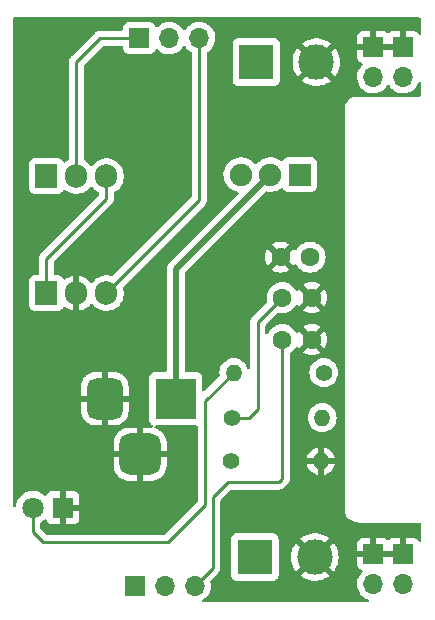
<source format=gbr>
%TF.GenerationSoftware,KiCad,Pcbnew,(6.0.7)*%
%TF.CreationDate,2022-09-26T11:07:57-04:00*%
%TF.ProjectId,proj_3,70726f6a-5f33-42e6-9b69-6361645f7063,1*%
%TF.SameCoordinates,Original*%
%TF.FileFunction,Copper,L2,Bot*%
%TF.FilePolarity,Positive*%
%FSLAX46Y46*%
G04 Gerber Fmt 4.6, Leading zero omitted, Abs format (unit mm)*
G04 Created by KiCad (PCBNEW (6.0.7)) date 2022-09-26 11:07:57*
%MOMM*%
%LPD*%
G01*
G04 APERTURE LIST*
G04 Aperture macros list*
%AMRoundRect*
0 Rectangle with rounded corners*
0 $1 Rounding radius*
0 $2 $3 $4 $5 $6 $7 $8 $9 X,Y pos of 4 corners*
0 Add a 4 corners polygon primitive as box body*
4,1,4,$2,$3,$4,$5,$6,$7,$8,$9,$2,$3,0*
0 Add four circle primitives for the rounded corners*
1,1,$1+$1,$2,$3*
1,1,$1+$1,$4,$5*
1,1,$1+$1,$6,$7*
1,1,$1+$1,$8,$9*
0 Add four rect primitives between the rounded corners*
20,1,$1+$1,$2,$3,$4,$5,0*
20,1,$1+$1,$4,$5,$6,$7,0*
20,1,$1+$1,$6,$7,$8,$9,0*
20,1,$1+$1,$8,$9,$2,$3,0*%
G04 Aperture macros list end*
%TA.AperFunction,ComponentPad*%
%ADD10R,1.900000X1.900000*%
%TD*%
%TA.AperFunction,ComponentPad*%
%ADD11C,1.900000*%
%TD*%
%TA.AperFunction,ComponentPad*%
%ADD12R,1.700000X1.700000*%
%TD*%
%TA.AperFunction,ComponentPad*%
%ADD13O,1.700000X1.700000*%
%TD*%
%TA.AperFunction,ComponentPad*%
%ADD14C,1.400000*%
%TD*%
%TA.AperFunction,ComponentPad*%
%ADD15O,1.400000X1.400000*%
%TD*%
%TA.AperFunction,ComponentPad*%
%ADD16C,1.600000*%
%TD*%
%TA.AperFunction,ComponentPad*%
%ADD17R,1.905000X2.000000*%
%TD*%
%TA.AperFunction,ComponentPad*%
%ADD18O,1.905000X2.000000*%
%TD*%
%TA.AperFunction,ComponentPad*%
%ADD19R,1.800000X1.800000*%
%TD*%
%TA.AperFunction,ComponentPad*%
%ADD20C,1.800000*%
%TD*%
%TA.AperFunction,ComponentPad*%
%ADD21R,3.000000X3.000000*%
%TD*%
%TA.AperFunction,ComponentPad*%
%ADD22C,3.000000*%
%TD*%
%TA.AperFunction,ComponentPad*%
%ADD23R,3.500000X3.500000*%
%TD*%
%TA.AperFunction,ComponentPad*%
%ADD24RoundRect,0.750000X-0.750000X-1.000000X0.750000X-1.000000X0.750000X1.000000X-0.750000X1.000000X0*%
%TD*%
%TA.AperFunction,ComponentPad*%
%ADD25RoundRect,0.875000X-0.875000X-0.875000X0.875000X-0.875000X0.875000X0.875000X-0.875000X0.875000X0*%
%TD*%
%TA.AperFunction,Conductor*%
%ADD26C,0.250000*%
%TD*%
%TA.AperFunction,Conductor*%
%ADD27C,0.500000*%
%TD*%
G04 APERTURE END LIST*
D10*
%TO.P,S1,1*%
%TO.N,/12V*%
X157607000Y-88265000D03*
D11*
%TO.P,S1,2*%
%TO.N,/PWR_INPUT*%
X155107000Y-88265000D03*
%TO.P,S1,3*%
%TO.N,unconnected-(S1-Pad3)*%
X152607000Y-88265000D03*
%TD*%
D12*
%TO.P,J6,1,Pin_1*%
%TO.N,GND*%
X163830000Y-120396000D03*
%TO.P,J6,2,Pin_2*%
X166370000Y-120396000D03*
D13*
%TO.P,J6,3*%
%TO.N,/PWR_OUT_TOP*%
X163830000Y-122936000D03*
%TO.P,J6,4*%
X166370000Y-122936000D03*
%TD*%
D14*
%TO.P,R3,1*%
%TO.N,Net-(R2-Pad2)*%
X151765000Y-112522000D03*
D15*
%TO.P,R3,2*%
%TO.N,GND*%
X159385000Y-112522000D03*
%TD*%
D16*
%TO.P,C3,1*%
%TO.N,/5V*%
X156123000Y-102235000D03*
%TO.P,C3,2*%
%TO.N,GND*%
X158623000Y-102235000D03*
%TD*%
D12*
%TO.P,J2,1,Pin_1*%
%TO.N,/3.3V*%
X144018000Y-76708000D03*
D13*
%TO.P,J2,2,Pin_2*%
%TO.N,/PWR_OUT_BOT*%
X146558000Y-76708000D03*
%TO.P,J2,3,Pin_3*%
%TO.N,/5V*%
X149098000Y-76708000D03*
%TD*%
D17*
%TO.P,U2,1,VI*%
%TO.N,/12V*%
X136144000Y-98298000D03*
D18*
%TO.P,U2,2,GND*%
%TO.N,GND*%
X138684000Y-98298000D03*
%TO.P,U2,3,VO*%
%TO.N,/5V*%
X141224000Y-98298000D03*
%TD*%
D14*
%TO.P,R2,1*%
%TO.N,/3.3V*%
X151892000Y-108839000D03*
D15*
%TO.P,R2,2*%
%TO.N,Net-(R2-Pad2)*%
X159512000Y-108839000D03*
%TD*%
D19*
%TO.P,D1,1,K*%
%TO.N,GND*%
X137546000Y-116459000D03*
D20*
%TO.P,D1,2,A*%
%TO.N,Net-(D1-Pad2)*%
X135006000Y-116459000D03*
%TD*%
D12*
%TO.P,J5,1,Pin_1*%
%TO.N,/3.3V*%
X143637000Y-123063000D03*
D13*
%TO.P,J5,2,Pin_2*%
%TO.N,/PWR_OUT_TOP*%
X146177000Y-123063000D03*
%TO.P,J5,3,Pin_3*%
%TO.N,/5V*%
X148717000Y-123063000D03*
%TD*%
D14*
%TO.P,R1,1*%
%TO.N,/12V*%
X159639000Y-105029000D03*
D15*
%TO.P,R1,2*%
%TO.N,Net-(D1-Pad2)*%
X152019000Y-105029000D03*
%TD*%
D21*
%TO.P,J7,1,Pin_1*%
%TO.N,/PWR_OUT_TOP*%
X153797000Y-120650000D03*
D22*
%TO.P,J7,2,Pin_2*%
%TO.N,GND*%
X158877000Y-120650000D03*
%TD*%
D16*
%TO.P,C1,1*%
%TO.N,/12V*%
X158476000Y-95250000D03*
%TO.P,C1,2*%
%TO.N,GND*%
X155976000Y-95250000D03*
%TD*%
%TO.P,C2,1*%
%TO.N,/3.3V*%
X156123000Y-98679000D03*
%TO.P,C2,2*%
%TO.N,GND*%
X158623000Y-98679000D03*
%TD*%
D23*
%TO.P,J1,1*%
%TO.N,/PWR_INPUT*%
X147097000Y-107246500D03*
D24*
%TO.P,J1,2*%
%TO.N,GND*%
X141097000Y-107246500D03*
D25*
%TO.P,J1,3*%
X144097000Y-111946500D03*
%TD*%
D12*
%TO.P,J3,1,Pin_1*%
%TO.N,GND*%
X163830000Y-77470000D03*
%TO.P,J3,2,Pin_2*%
X166370000Y-77470000D03*
D13*
%TO.P,J3,3*%
%TO.N,/PWR_OUT_BOT*%
X163830000Y-80010000D03*
%TO.P,J3,4*%
X166370000Y-80010000D03*
%TD*%
D21*
%TO.P,J4,1,Pin_1*%
%TO.N,/PWR_OUT_BOT*%
X153924000Y-78740000D03*
D22*
%TO.P,J4,2,Pin_2*%
%TO.N,GND*%
X159004000Y-78740000D03*
%TD*%
D17*
%TO.P,U1,1,ADJ*%
%TO.N,Net-(R2-Pad2)*%
X136144000Y-88392000D03*
D18*
%TO.P,U1,2,VO*%
%TO.N,/3.3V*%
X138684000Y-88392000D03*
%TO.P,U1,3,VI*%
%TO.N,/12V*%
X141224000Y-88392000D03*
%TD*%
D26*
%TO.N,/12V*%
X136144000Y-98298000D02*
X136144000Y-95377000D01*
X141224000Y-90297000D02*
X141224000Y-88392000D01*
X136144000Y-95377000D02*
X141224000Y-90297000D01*
%TO.N,/3.3V*%
X144018000Y-76708000D02*
X140716000Y-76708000D01*
X154051000Y-100751000D02*
X154051000Y-108077000D01*
X138684000Y-78740000D02*
X138684000Y-88392000D01*
X156123000Y-98679000D02*
X154051000Y-100751000D01*
X140716000Y-76708000D02*
X138684000Y-78740000D01*
X153289000Y-108839000D02*
X151892000Y-108839000D01*
X154051000Y-108077000D02*
X153289000Y-108839000D01*
%TO.N,/5V*%
X150241000Y-121539000D02*
X150241000Y-115570000D01*
X155829000Y-114300000D02*
X156123000Y-114006000D01*
X149098000Y-76708000D02*
X149098000Y-90424000D01*
X149098000Y-90424000D02*
X141224000Y-98298000D01*
X150241000Y-115570000D02*
X151511000Y-114300000D01*
X148717000Y-123063000D02*
X150241000Y-121539000D01*
X151511000Y-114300000D02*
X155829000Y-114300000D01*
X156123000Y-114006000D02*
X156123000Y-102235000D01*
%TO.N,Net-(D1-Pad2)*%
X135006000Y-116459000D02*
X135006000Y-118496000D01*
X149606000Y-116205000D02*
X149606000Y-107442000D01*
X135006000Y-118496000D02*
X135890000Y-119380000D01*
X135890000Y-119380000D02*
X146431000Y-119380000D01*
X149606000Y-107442000D02*
X152019000Y-105029000D01*
X146431000Y-119380000D02*
X149606000Y-116205000D01*
D27*
%TO.N,/PWR_INPUT*%
X147097000Y-107246500D02*
X147097000Y-96275000D01*
X147097000Y-96275000D02*
X155107000Y-88265000D01*
%TD*%
%TA.AperFunction,Conductor*%
%TO.N,GND*%
G36*
X167610018Y-74932000D02*
G01*
X167624851Y-74934310D01*
X167624855Y-74934310D01*
X167633724Y-74935691D01*
X167642629Y-74934527D01*
X167651598Y-74934636D01*
X167651588Y-74935450D01*
X167673098Y-74935743D01*
X167698622Y-74939785D01*
X167736116Y-74951967D01*
X167771224Y-74969855D01*
X167803117Y-74993027D01*
X167830973Y-75020883D01*
X167854145Y-75052775D01*
X167872033Y-75087882D01*
X167884214Y-75125373D01*
X167888119Y-75150026D01*
X167889551Y-75169750D01*
X167888309Y-75177724D01*
X167889474Y-75186632D01*
X167892436Y-75209283D01*
X167893500Y-75225621D01*
X167893500Y-76293306D01*
X167873498Y-76361427D01*
X167819842Y-76407920D01*
X167749568Y-76418024D01*
X167684988Y-76388530D01*
X167666673Y-76368871D01*
X167588281Y-76264272D01*
X167575724Y-76251715D01*
X167473649Y-76175214D01*
X167458054Y-76166676D01*
X167337606Y-76121522D01*
X167322351Y-76117895D01*
X167271486Y-76112369D01*
X167264672Y-76112000D01*
X166642115Y-76112000D01*
X166626876Y-76116475D01*
X166625671Y-76117865D01*
X166624000Y-76125548D01*
X166624000Y-77598000D01*
X166603998Y-77666121D01*
X166550342Y-77712614D01*
X166498000Y-77724000D01*
X162490116Y-77724000D01*
X162474877Y-77728475D01*
X162473672Y-77729865D01*
X162472001Y-77737548D01*
X162472001Y-78364669D01*
X162472371Y-78371490D01*
X162477895Y-78422352D01*
X162481521Y-78437604D01*
X162526676Y-78558054D01*
X162535214Y-78573649D01*
X162611715Y-78675724D01*
X162624276Y-78688285D01*
X162726351Y-78764786D01*
X162741946Y-78773324D01*
X162850827Y-78814142D01*
X162907591Y-78856784D01*
X162932291Y-78923345D01*
X162917083Y-78992694D01*
X162897691Y-79019175D01*
X162812053Y-79108790D01*
X162770629Y-79152138D01*
X162767720Y-79156403D01*
X162767714Y-79156411D01*
X162682556Y-79281249D01*
X162644743Y-79336680D01*
X162550688Y-79539305D01*
X162490989Y-79754570D01*
X162490440Y-79759707D01*
X162489545Y-79768079D01*
X162467251Y-79976695D01*
X162480110Y-80199715D01*
X162481247Y-80204761D01*
X162481248Y-80204767D01*
X162499266Y-80284717D01*
X162529222Y-80417639D01*
X162613266Y-80624616D01*
X162650410Y-80685229D01*
X162727291Y-80810688D01*
X162729987Y-80815088D01*
X162876250Y-80983938D01*
X163048126Y-81126632D01*
X163241000Y-81239338D01*
X163449692Y-81319030D01*
X163454760Y-81320061D01*
X163454763Y-81320062D01*
X163562017Y-81341883D01*
X163668597Y-81363567D01*
X163673772Y-81363757D01*
X163673774Y-81363757D01*
X163886673Y-81371564D01*
X163886677Y-81371564D01*
X163891837Y-81371753D01*
X163896957Y-81371097D01*
X163896959Y-81371097D01*
X164108288Y-81344025D01*
X164108289Y-81344025D01*
X164113416Y-81343368D01*
X164118366Y-81341883D01*
X164322429Y-81280661D01*
X164322434Y-81280659D01*
X164327384Y-81279174D01*
X164527994Y-81180896D01*
X164709860Y-81051173D01*
X164868096Y-80893489D01*
X164927594Y-80810689D01*
X164998453Y-80712077D01*
X164999776Y-80713028D01*
X165046645Y-80669857D01*
X165116580Y-80657625D01*
X165182026Y-80685144D01*
X165209875Y-80716994D01*
X165225565Y-80742598D01*
X165269987Y-80815088D01*
X165416250Y-80983938D01*
X165588126Y-81126632D01*
X165781000Y-81239338D01*
X165989692Y-81319030D01*
X165994760Y-81320061D01*
X165994763Y-81320062D01*
X166102017Y-81341883D01*
X166208597Y-81363567D01*
X166213772Y-81363757D01*
X166213774Y-81363757D01*
X166426673Y-81371564D01*
X166426677Y-81371564D01*
X166431837Y-81371753D01*
X166436957Y-81371097D01*
X166436959Y-81371097D01*
X166648288Y-81344025D01*
X166648289Y-81344025D01*
X166653416Y-81343368D01*
X166658366Y-81341883D01*
X166862429Y-81280661D01*
X166862434Y-81280659D01*
X166867384Y-81279174D01*
X167067994Y-81180896D01*
X167249860Y-81051173D01*
X167408096Y-80893489D01*
X167467594Y-80810689D01*
X167535435Y-80716277D01*
X167538453Y-80712077D01*
X167542016Y-80704869D01*
X167635136Y-80516453D01*
X167635137Y-80516451D01*
X167637430Y-80511811D01*
X167646943Y-80480502D01*
X167685882Y-80421140D01*
X167750736Y-80392252D01*
X167820913Y-80403013D01*
X167874131Y-80450006D01*
X167893500Y-80517132D01*
X167893500Y-81534500D01*
X167873498Y-81602621D01*
X167819842Y-81649114D01*
X167767500Y-81660500D01*
X162486250Y-81660500D01*
X162465345Y-81658754D01*
X162450344Y-81656230D01*
X162450341Y-81656230D01*
X162445552Y-81655424D01*
X162439475Y-81655350D01*
X162437865Y-81655330D01*
X162437861Y-81655330D01*
X162433000Y-81655271D01*
X162428184Y-81655961D01*
X162428178Y-81655961D01*
X162412275Y-81658238D01*
X162405399Y-81659030D01*
X162261304Y-81671638D01*
X162261298Y-81671639D01*
X162255812Y-81672119D01*
X162250499Y-81673543D01*
X162250497Y-81673543D01*
X162089318Y-81716731D01*
X162089316Y-81716732D01*
X162084008Y-81718154D01*
X162079027Y-81720477D01*
X162079026Y-81720477D01*
X161927790Y-81790999D01*
X161927787Y-81791001D01*
X161922809Y-81793322D01*
X161777110Y-81895341D01*
X161651341Y-82021110D01*
X161549322Y-82166809D01*
X161474154Y-82328008D01*
X161428119Y-82499812D01*
X161427640Y-82505291D01*
X161415917Y-82639284D01*
X161414896Y-82647688D01*
X161411309Y-82670724D01*
X161412473Y-82679625D01*
X161412473Y-82679630D01*
X161415463Y-82702493D01*
X161416527Y-82718748D01*
X161431903Y-106256443D01*
X161438735Y-116714671D01*
X161438776Y-116778047D01*
X161437405Y-116796664D01*
X161433585Y-116822349D01*
X161434809Y-116831238D01*
X161434809Y-116831244D01*
X161438709Y-116859567D01*
X161438830Y-116860723D01*
X161438831Y-116861973D01*
X161439310Y-116865301D01*
X161443686Y-116895717D01*
X161443792Y-116896474D01*
X161453454Y-116966645D01*
X161454097Y-116968080D01*
X161454321Y-116969637D01*
X161457861Y-116977408D01*
X161457862Y-116977413D01*
X161483659Y-117034051D01*
X161483974Y-117034748D01*
X161511026Y-117095111D01*
X161511031Y-117095121D01*
X161513023Y-117099565D01*
X161514620Y-117102024D01*
X161514696Y-117102192D01*
X161514827Y-117102344D01*
X161519858Y-117110093D01*
X161523101Y-117113715D01*
X161523105Y-117113720D01*
X161533621Y-117125465D01*
X161539420Y-117132431D01*
X161641583Y-117264556D01*
X161644745Y-117267635D01*
X161644748Y-117267639D01*
X161692863Y-117314500D01*
X161782370Y-117401674D01*
X161785940Y-117404287D01*
X161785945Y-117404291D01*
X161937396Y-117515133D01*
X161937400Y-117515135D01*
X161940960Y-117517741D01*
X162114232Y-117610473D01*
X162131320Y-117616730D01*
X162294620Y-117676525D01*
X162294625Y-117676527D01*
X162298775Y-117678046D01*
X162303107Y-117678972D01*
X162486625Y-117718202D01*
X162486628Y-117718202D01*
X162490958Y-117719128D01*
X162606967Y-117727285D01*
X162642392Y-117729776D01*
X162654442Y-117731210D01*
X162674448Y-117734576D01*
X162680991Y-117734656D01*
X162682140Y-117734670D01*
X162682143Y-117734670D01*
X162687000Y-117734729D01*
X162714624Y-117730773D01*
X162732486Y-117729500D01*
X167780406Y-117729500D01*
X167848527Y-117749502D01*
X167895020Y-117803158D01*
X167906379Y-117858084D01*
X167906196Y-117866999D01*
X167894398Y-118442013D01*
X167894142Y-118447264D01*
X167893500Y-118451386D01*
X167893500Y-118484516D01*
X167893473Y-118487101D01*
X167892858Y-118517075D01*
X167893362Y-118521197D01*
X167893500Y-118526644D01*
X167893500Y-119219306D01*
X167873498Y-119287427D01*
X167819842Y-119333920D01*
X167749568Y-119344024D01*
X167684988Y-119314530D01*
X167666673Y-119294871D01*
X167588281Y-119190272D01*
X167575724Y-119177715D01*
X167473649Y-119101214D01*
X167458054Y-119092676D01*
X167337606Y-119047522D01*
X167322351Y-119043895D01*
X167271486Y-119038369D01*
X167264672Y-119038000D01*
X166642115Y-119038000D01*
X166626876Y-119042475D01*
X166625671Y-119043865D01*
X166624000Y-119051548D01*
X166624000Y-120524000D01*
X166603998Y-120592121D01*
X166550342Y-120638614D01*
X166498000Y-120650000D01*
X162490116Y-120650000D01*
X162474877Y-120654475D01*
X162473672Y-120655865D01*
X162472001Y-120663548D01*
X162472001Y-121290669D01*
X162472371Y-121297490D01*
X162477895Y-121348352D01*
X162481521Y-121363604D01*
X162526676Y-121484054D01*
X162535214Y-121499649D01*
X162611715Y-121601724D01*
X162624276Y-121614285D01*
X162726351Y-121690786D01*
X162741946Y-121699324D01*
X162850827Y-121740142D01*
X162907591Y-121782784D01*
X162932291Y-121849345D01*
X162917083Y-121918694D01*
X162897691Y-121945175D01*
X162778530Y-122069870D01*
X162770629Y-122078138D01*
X162644743Y-122262680D01*
X162619611Y-122316822D01*
X162571015Y-122421515D01*
X162550688Y-122465305D01*
X162490989Y-122680570D01*
X162467251Y-122902695D01*
X162467548Y-122907848D01*
X162467548Y-122907851D01*
X162476494Y-123063000D01*
X162480110Y-123125715D01*
X162481247Y-123130761D01*
X162481248Y-123130767D01*
X162481731Y-123132908D01*
X162529222Y-123343639D01*
X162613266Y-123550616D01*
X162664019Y-123633438D01*
X162727291Y-123736688D01*
X162729987Y-123741088D01*
X162876250Y-123909938D01*
X163048126Y-124052632D01*
X163241000Y-124165338D01*
X163245825Y-124167180D01*
X163245826Y-124167181D01*
X163419909Y-124233657D01*
X163476412Y-124276645D01*
X163500705Y-124343356D01*
X163485075Y-124412610D01*
X163434484Y-124462421D01*
X163374887Y-124477367D01*
X158048063Y-124474224D01*
X149476862Y-124469166D01*
X149408753Y-124449124D01*
X149362292Y-124395441D01*
X149352229Y-124325161D01*
X149381760Y-124260597D01*
X149411789Y-124235466D01*
X149414994Y-124233896D01*
X149596860Y-124104173D01*
X149648582Y-124052632D01*
X149721296Y-123980171D01*
X149755096Y-123946489D01*
X149781361Y-123909938D01*
X149882435Y-123769277D01*
X149885453Y-123765077D01*
X149906320Y-123722857D01*
X149982136Y-123569453D01*
X149982137Y-123569451D01*
X149984430Y-123564811D01*
X150049370Y-123351069D01*
X150078529Y-123129590D01*
X150080156Y-123063000D01*
X150061852Y-122840361D01*
X150033821Y-122728765D01*
X150036625Y-122657823D01*
X150066930Y-122608974D01*
X150477770Y-122198134D01*
X151788500Y-122198134D01*
X151795255Y-122260316D01*
X151846385Y-122396705D01*
X151933739Y-122513261D01*
X152050295Y-122600615D01*
X152186684Y-122651745D01*
X152248866Y-122658500D01*
X155345134Y-122658500D01*
X155407316Y-122651745D01*
X155543705Y-122600615D01*
X155660261Y-122513261D01*
X155747615Y-122396705D01*
X155798745Y-122260316D01*
X155800990Y-122239654D01*
X157652618Y-122239654D01*
X157659673Y-122249627D01*
X157690679Y-122275551D01*
X157697598Y-122280579D01*
X157922272Y-122421515D01*
X157929807Y-122425556D01*
X158171520Y-122534694D01*
X158179551Y-122537680D01*
X158433832Y-122613002D01*
X158442184Y-122614869D01*
X158704340Y-122654984D01*
X158712874Y-122655700D01*
X158978045Y-122659867D01*
X158986596Y-122659418D01*
X159249883Y-122627557D01*
X159258284Y-122625955D01*
X159514824Y-122558653D01*
X159522926Y-122555926D01*
X159767949Y-122454434D01*
X159775617Y-122450628D01*
X160004598Y-122316822D01*
X160011679Y-122312009D01*
X160091655Y-122249301D01*
X160100125Y-122237442D01*
X160093608Y-122225818D01*
X158889812Y-121022022D01*
X158875868Y-121014408D01*
X158874035Y-121014539D01*
X158867420Y-121018790D01*
X157659910Y-122226300D01*
X157652618Y-122239654D01*
X155800990Y-122239654D01*
X155805500Y-122198134D01*
X155805500Y-120633204D01*
X156864665Y-120633204D01*
X156879932Y-120897969D01*
X156881005Y-120906470D01*
X156932065Y-121166722D01*
X156934276Y-121174974D01*
X157020184Y-121425894D01*
X157023499Y-121433779D01*
X157142664Y-121670713D01*
X157147020Y-121678079D01*
X157276347Y-121866250D01*
X157286601Y-121874594D01*
X157300342Y-121867448D01*
X158504978Y-120662812D01*
X158511356Y-120651132D01*
X159241408Y-120651132D01*
X159241539Y-120652965D01*
X159245790Y-120659580D01*
X160452730Y-121866520D01*
X160464939Y-121873187D01*
X160476439Y-121864497D01*
X160573831Y-121731913D01*
X160578418Y-121724685D01*
X160704962Y-121491621D01*
X160708530Y-121483827D01*
X160802271Y-121235750D01*
X160804748Y-121227544D01*
X160863954Y-120969038D01*
X160865294Y-120960577D01*
X160889031Y-120694616D01*
X160889277Y-120689677D01*
X160889666Y-120652485D01*
X160889523Y-120647519D01*
X160871362Y-120381123D01*
X160870201Y-120372649D01*
X160818685Y-120123885D01*
X162472000Y-120123885D01*
X162476475Y-120139124D01*
X162477865Y-120140329D01*
X162485548Y-120142000D01*
X163557885Y-120142000D01*
X163573124Y-120137525D01*
X163574329Y-120136135D01*
X163576000Y-120128452D01*
X163576000Y-120123885D01*
X164084000Y-120123885D01*
X164088475Y-120139124D01*
X164089865Y-120140329D01*
X164097548Y-120142000D01*
X166097885Y-120142000D01*
X166113124Y-120137525D01*
X166114329Y-120136135D01*
X166116000Y-120128452D01*
X166116000Y-119056116D01*
X166111525Y-119040877D01*
X166110135Y-119039672D01*
X166102452Y-119038001D01*
X165475331Y-119038001D01*
X165468510Y-119038371D01*
X165417648Y-119043895D01*
X165402396Y-119047521D01*
X165281946Y-119092676D01*
X165266356Y-119101211D01*
X165175565Y-119169255D01*
X165109058Y-119194102D01*
X165039676Y-119179049D01*
X165024435Y-119169255D01*
X164933644Y-119101211D01*
X164918054Y-119092676D01*
X164797606Y-119047522D01*
X164782351Y-119043895D01*
X164731486Y-119038369D01*
X164724672Y-119038000D01*
X164102115Y-119038000D01*
X164086876Y-119042475D01*
X164085671Y-119043865D01*
X164084000Y-119051548D01*
X164084000Y-120123885D01*
X163576000Y-120123885D01*
X163576000Y-119056116D01*
X163571525Y-119040877D01*
X163570135Y-119039672D01*
X163562452Y-119038001D01*
X162935331Y-119038001D01*
X162928510Y-119038371D01*
X162877648Y-119043895D01*
X162862396Y-119047521D01*
X162741946Y-119092676D01*
X162726351Y-119101214D01*
X162624276Y-119177715D01*
X162611715Y-119190276D01*
X162535214Y-119292351D01*
X162526676Y-119307946D01*
X162481522Y-119428394D01*
X162477895Y-119443649D01*
X162472369Y-119494514D01*
X162472000Y-119501328D01*
X162472000Y-120123885D01*
X160818685Y-120123885D01*
X160816419Y-120112944D01*
X160814120Y-120104709D01*
X160725588Y-119854705D01*
X160722191Y-119846854D01*
X160600550Y-119611178D01*
X160596122Y-119603866D01*
X160477031Y-119434417D01*
X160466509Y-119426037D01*
X160453121Y-119433089D01*
X159249022Y-120637188D01*
X159241408Y-120651132D01*
X158511356Y-120651132D01*
X158512592Y-120648868D01*
X158512461Y-120647035D01*
X158508210Y-120640420D01*
X157300814Y-119433024D01*
X157288804Y-119426466D01*
X157277064Y-119435434D01*
X157168935Y-119585911D01*
X157164418Y-119593196D01*
X157040325Y-119827567D01*
X157036839Y-119835395D01*
X156945700Y-120084446D01*
X156943311Y-120092670D01*
X156886812Y-120351795D01*
X156885563Y-120360250D01*
X156864754Y-120624653D01*
X156864665Y-120633204D01*
X155805500Y-120633204D01*
X155805500Y-119101866D01*
X155801224Y-119062500D01*
X157653584Y-119062500D01*
X157659980Y-119073770D01*
X158864188Y-120277978D01*
X158878132Y-120285592D01*
X158879965Y-120285461D01*
X158886580Y-120281210D01*
X160093604Y-119074186D01*
X160100795Y-119061017D01*
X160093473Y-119050780D01*
X160046233Y-119012115D01*
X160039261Y-119007160D01*
X159813122Y-118868582D01*
X159805552Y-118864624D01*
X159562704Y-118758022D01*
X159554644Y-118755120D01*
X159299592Y-118682467D01*
X159291214Y-118680685D01*
X159028656Y-118643318D01*
X159020111Y-118642691D01*
X158754908Y-118641302D01*
X158746374Y-118641839D01*
X158483433Y-118676456D01*
X158475035Y-118678149D01*
X158219238Y-118748127D01*
X158211143Y-118750946D01*
X157967199Y-118854997D01*
X157959577Y-118858881D01*
X157732013Y-118995075D01*
X157724981Y-118999962D01*
X157662053Y-119050377D01*
X157653584Y-119062500D01*
X155801224Y-119062500D01*
X155798745Y-119039684D01*
X155747615Y-118903295D01*
X155660261Y-118786739D01*
X155543705Y-118699385D01*
X155407316Y-118648255D01*
X155345134Y-118641500D01*
X152248866Y-118641500D01*
X152186684Y-118648255D01*
X152050295Y-118699385D01*
X151933739Y-118786739D01*
X151846385Y-118903295D01*
X151795255Y-119039684D01*
X151788500Y-119101866D01*
X151788500Y-122198134D01*
X150477770Y-122198134D01*
X150633247Y-122042657D01*
X150641537Y-122035113D01*
X150648018Y-122031000D01*
X150694659Y-121981332D01*
X150697413Y-121978491D01*
X150717134Y-121958770D01*
X150719612Y-121955575D01*
X150727318Y-121946553D01*
X150752158Y-121920101D01*
X150757586Y-121914321D01*
X150767346Y-121896568D01*
X150778199Y-121880045D01*
X150782427Y-121874594D01*
X150790613Y-121864041D01*
X150808176Y-121823457D01*
X150813383Y-121812827D01*
X150834695Y-121774060D01*
X150836666Y-121766383D01*
X150836668Y-121766378D01*
X150839732Y-121754442D01*
X150846138Y-121735730D01*
X150851034Y-121724417D01*
X150854181Y-121717145D01*
X150855820Y-121706800D01*
X150861097Y-121673481D01*
X150863504Y-121661860D01*
X150872528Y-121626711D01*
X150872528Y-121626710D01*
X150874500Y-121619030D01*
X150874500Y-121598769D01*
X150876051Y-121579058D01*
X150877979Y-121566885D01*
X150879219Y-121559057D01*
X150875059Y-121515046D01*
X150874500Y-121503189D01*
X150874500Y-115884594D01*
X150894502Y-115816473D01*
X150911405Y-115795499D01*
X151736499Y-114970405D01*
X151798811Y-114936379D01*
X151825594Y-114933500D01*
X155750233Y-114933500D01*
X155761416Y-114934027D01*
X155768909Y-114935702D01*
X155776835Y-114935453D01*
X155776836Y-114935453D01*
X155836986Y-114933562D01*
X155840945Y-114933500D01*
X155868856Y-114933500D01*
X155872791Y-114933003D01*
X155872856Y-114932995D01*
X155884693Y-114932062D01*
X155916951Y-114931048D01*
X155920970Y-114930922D01*
X155928889Y-114930673D01*
X155948343Y-114925021D01*
X155967700Y-114921013D01*
X155979930Y-114919468D01*
X155979931Y-114919468D01*
X155987797Y-114918474D01*
X155995168Y-114915555D01*
X155995170Y-114915555D01*
X156028912Y-114902196D01*
X156040142Y-114898351D01*
X156074983Y-114888229D01*
X156074984Y-114888229D01*
X156082593Y-114886018D01*
X156089412Y-114881985D01*
X156089417Y-114881983D01*
X156100028Y-114875707D01*
X156117776Y-114867012D01*
X156136617Y-114859552D01*
X156172387Y-114833564D01*
X156182307Y-114827048D01*
X156185687Y-114825049D01*
X156220362Y-114804542D01*
X156225969Y-114798936D01*
X156234685Y-114790220D01*
X156249719Y-114777379D01*
X156259695Y-114770131D01*
X156259696Y-114770130D01*
X156266107Y-114765472D01*
X156294288Y-114731407D01*
X156302278Y-114722626D01*
X156515258Y-114509647D01*
X156523537Y-114502113D01*
X156530018Y-114498000D01*
X156576645Y-114448347D01*
X156579399Y-114445506D01*
X156599135Y-114425770D01*
X156601615Y-114422573D01*
X156609320Y-114413551D01*
X156634159Y-114387100D01*
X156639586Y-114381321D01*
X156643405Y-114374375D01*
X156643407Y-114374372D01*
X156649348Y-114363566D01*
X156660199Y-114347047D01*
X156667758Y-114337301D01*
X156672614Y-114331041D01*
X156675759Y-114323772D01*
X156675762Y-114323768D01*
X156690174Y-114290463D01*
X156695391Y-114279813D01*
X156716695Y-114241060D01*
X156721733Y-114221437D01*
X156728137Y-114202734D01*
X156733033Y-114191420D01*
X156733033Y-114191419D01*
X156736181Y-114184145D01*
X156737420Y-114176322D01*
X156737423Y-114176312D01*
X156743099Y-114140476D01*
X156745505Y-114128856D01*
X156754528Y-114093711D01*
X156754528Y-114093710D01*
X156756500Y-114086030D01*
X156756500Y-114065776D01*
X156758051Y-114046065D01*
X156759980Y-114033886D01*
X156761220Y-114026057D01*
X156757059Y-113982038D01*
X156756500Y-113970181D01*
X156756500Y-112788522D01*
X158205801Y-112788522D01*
X158244092Y-112931423D01*
X158247842Y-112941727D01*
X158332521Y-113123323D01*
X158337998Y-113132811D01*
X158452925Y-113296942D01*
X158459981Y-113305350D01*
X158601650Y-113447019D01*
X158610058Y-113454075D01*
X158774189Y-113569002D01*
X158783677Y-113574479D01*
X158965273Y-113659158D01*
X158975577Y-113662908D01*
X159113503Y-113699866D01*
X159127599Y-113699530D01*
X159131000Y-113691588D01*
X159131000Y-113686439D01*
X159639000Y-113686439D01*
X159642973Y-113699970D01*
X159651522Y-113701199D01*
X159794423Y-113662908D01*
X159804727Y-113659158D01*
X159986323Y-113574479D01*
X159995811Y-113569002D01*
X160159942Y-113454075D01*
X160168350Y-113447019D01*
X160310019Y-113305350D01*
X160317075Y-113296942D01*
X160432002Y-113132811D01*
X160437479Y-113123323D01*
X160522158Y-112941727D01*
X160525908Y-112931423D01*
X160562866Y-112793497D01*
X160562530Y-112779401D01*
X160554588Y-112776000D01*
X159657115Y-112776000D01*
X159641876Y-112780475D01*
X159640671Y-112781865D01*
X159639000Y-112789548D01*
X159639000Y-113686439D01*
X159131000Y-113686439D01*
X159131000Y-112794115D01*
X159126525Y-112778876D01*
X159125135Y-112777671D01*
X159117452Y-112776000D01*
X158220561Y-112776000D01*
X158207030Y-112779973D01*
X158205801Y-112788522D01*
X156756500Y-112788522D01*
X156756500Y-112250503D01*
X158207134Y-112250503D01*
X158207470Y-112264599D01*
X158215412Y-112268000D01*
X159112885Y-112268000D01*
X159128124Y-112263525D01*
X159129329Y-112262135D01*
X159131000Y-112254452D01*
X159131000Y-112249885D01*
X159639000Y-112249885D01*
X159643475Y-112265124D01*
X159644865Y-112266329D01*
X159652548Y-112268000D01*
X160549439Y-112268000D01*
X160562970Y-112264027D01*
X160564199Y-112255478D01*
X160525908Y-112112577D01*
X160522158Y-112102273D01*
X160437479Y-111920677D01*
X160432002Y-111911189D01*
X160317075Y-111747058D01*
X160310019Y-111738650D01*
X160168350Y-111596981D01*
X160159942Y-111589925D01*
X159995811Y-111474998D01*
X159986323Y-111469521D01*
X159804727Y-111384842D01*
X159794423Y-111381092D01*
X159656497Y-111344134D01*
X159642401Y-111344470D01*
X159639000Y-111352412D01*
X159639000Y-112249885D01*
X159131000Y-112249885D01*
X159131000Y-111357561D01*
X159127027Y-111344030D01*
X159118478Y-111342801D01*
X158975577Y-111381092D01*
X158965273Y-111384842D01*
X158783677Y-111469521D01*
X158774189Y-111474998D01*
X158610058Y-111589925D01*
X158601650Y-111596981D01*
X158459981Y-111738650D01*
X158452925Y-111747058D01*
X158337998Y-111911189D01*
X158332521Y-111920677D01*
X158247842Y-112102273D01*
X158244092Y-112112577D01*
X158207134Y-112250503D01*
X156756500Y-112250503D01*
X156756500Y-108839000D01*
X158298884Y-108839000D01*
X158317314Y-109049655D01*
X158318738Y-109054968D01*
X158318738Y-109054970D01*
X158369176Y-109243205D01*
X158372044Y-109253910D01*
X158374366Y-109258891D01*
X158374367Y-109258892D01*
X158458358Y-109439010D01*
X158461411Y-109445558D01*
X158582699Y-109618776D01*
X158732224Y-109768301D01*
X158905442Y-109889589D01*
X158910420Y-109891910D01*
X158910423Y-109891912D01*
X159092108Y-109976633D01*
X159097090Y-109978956D01*
X159102398Y-109980378D01*
X159102400Y-109980379D01*
X159296030Y-110032262D01*
X159296032Y-110032262D01*
X159301345Y-110033686D01*
X159512000Y-110052116D01*
X159722655Y-110033686D01*
X159727968Y-110032262D01*
X159727970Y-110032262D01*
X159921600Y-109980379D01*
X159921602Y-109980378D01*
X159926910Y-109978956D01*
X159931892Y-109976633D01*
X160113577Y-109891912D01*
X160113580Y-109891910D01*
X160118558Y-109889589D01*
X160291776Y-109768301D01*
X160441301Y-109618776D01*
X160562589Y-109445558D01*
X160565643Y-109439010D01*
X160649633Y-109258892D01*
X160649634Y-109258891D01*
X160651956Y-109253910D01*
X160654825Y-109243205D01*
X160705262Y-109054970D01*
X160705262Y-109054968D01*
X160706686Y-109049655D01*
X160725116Y-108839000D01*
X160706686Y-108628345D01*
X160705262Y-108623030D01*
X160653379Y-108429400D01*
X160653378Y-108429398D01*
X160651956Y-108424090D01*
X160649138Y-108418047D01*
X160564912Y-108237423D01*
X160564910Y-108237420D01*
X160562589Y-108232442D01*
X160441301Y-108059224D01*
X160291776Y-107909699D01*
X160118558Y-107788411D01*
X160113580Y-107786090D01*
X160113577Y-107786088D01*
X159931892Y-107701367D01*
X159931891Y-107701366D01*
X159926910Y-107699044D01*
X159921602Y-107697622D01*
X159921600Y-107697621D01*
X159727970Y-107645738D01*
X159727968Y-107645738D01*
X159722655Y-107644314D01*
X159512000Y-107625884D01*
X159301345Y-107644314D01*
X159296032Y-107645738D01*
X159296030Y-107645738D01*
X159102400Y-107697621D01*
X159102398Y-107697622D01*
X159097090Y-107699044D01*
X159092109Y-107701366D01*
X159092108Y-107701367D01*
X158910423Y-107786088D01*
X158910420Y-107786090D01*
X158905442Y-107788411D01*
X158732224Y-107909699D01*
X158582699Y-108059224D01*
X158461411Y-108232442D01*
X158459090Y-108237420D01*
X158459088Y-108237423D01*
X158374862Y-108418047D01*
X158372044Y-108424090D01*
X158370622Y-108429398D01*
X158370621Y-108429400D01*
X158318738Y-108623030D01*
X158317314Y-108628345D01*
X158298884Y-108839000D01*
X156756500Y-108839000D01*
X156756500Y-105029000D01*
X158425884Y-105029000D01*
X158444314Y-105239655D01*
X158445738Y-105244968D01*
X158445738Y-105244970D01*
X158495940Y-105432324D01*
X158499044Y-105443910D01*
X158588411Y-105635558D01*
X158709699Y-105808776D01*
X158859224Y-105958301D01*
X159032442Y-106079589D01*
X159037420Y-106081910D01*
X159037423Y-106081912D01*
X159219108Y-106166633D01*
X159224090Y-106168956D01*
X159229398Y-106170378D01*
X159229400Y-106170379D01*
X159423030Y-106222262D01*
X159423032Y-106222262D01*
X159428345Y-106223686D01*
X159639000Y-106242116D01*
X159849655Y-106223686D01*
X159854968Y-106222262D01*
X159854970Y-106222262D01*
X160048600Y-106170379D01*
X160048602Y-106170378D01*
X160053910Y-106168956D01*
X160058892Y-106166633D01*
X160240577Y-106081912D01*
X160240580Y-106081910D01*
X160245558Y-106079589D01*
X160418776Y-105958301D01*
X160568301Y-105808776D01*
X160689589Y-105635558D01*
X160778956Y-105443910D01*
X160782061Y-105432324D01*
X160832262Y-105244970D01*
X160832262Y-105244968D01*
X160833686Y-105239655D01*
X160852116Y-105029000D01*
X160833686Y-104818345D01*
X160778956Y-104614090D01*
X160689589Y-104422442D01*
X160568301Y-104249224D01*
X160418776Y-104099699D01*
X160245558Y-103978411D01*
X160240580Y-103976090D01*
X160240577Y-103976088D01*
X160058892Y-103891367D01*
X160058891Y-103891366D01*
X160053910Y-103889044D01*
X160048602Y-103887622D01*
X160048600Y-103887621D01*
X159854970Y-103835738D01*
X159854968Y-103835738D01*
X159849655Y-103834314D01*
X159639000Y-103815884D01*
X159428345Y-103834314D01*
X159423032Y-103835738D01*
X159423030Y-103835738D01*
X159229400Y-103887621D01*
X159229398Y-103887622D01*
X159224090Y-103889044D01*
X159219109Y-103891366D01*
X159219108Y-103891367D01*
X159037423Y-103976088D01*
X159037420Y-103976090D01*
X159032442Y-103978411D01*
X158859224Y-104099699D01*
X158709699Y-104249224D01*
X158588411Y-104422442D01*
X158499044Y-104614090D01*
X158444314Y-104818345D01*
X158425884Y-105029000D01*
X156756500Y-105029000D01*
X156756500Y-103454394D01*
X156776502Y-103386273D01*
X156810229Y-103351181D01*
X156853243Y-103321062D01*
X157901493Y-103321062D01*
X157910789Y-103333077D01*
X157961994Y-103368931D01*
X157971489Y-103374414D01*
X158168947Y-103466490D01*
X158179239Y-103470236D01*
X158389688Y-103526625D01*
X158400481Y-103528528D01*
X158617525Y-103547517D01*
X158628475Y-103547517D01*
X158845519Y-103528528D01*
X158856312Y-103526625D01*
X159066761Y-103470236D01*
X159077053Y-103466490D01*
X159274511Y-103374414D01*
X159284006Y-103368931D01*
X159336048Y-103332491D01*
X159344424Y-103322012D01*
X159337356Y-103308566D01*
X158635812Y-102607022D01*
X158621868Y-102599408D01*
X158620035Y-102599539D01*
X158613420Y-102603790D01*
X157907923Y-103309287D01*
X157901493Y-103321062D01*
X156853243Y-103321062D01*
X156962789Y-103244357D01*
X156962792Y-103244355D01*
X156967300Y-103241198D01*
X157129198Y-103079300D01*
X157260523Y-102891749D01*
X157262847Y-102886765D01*
X157264171Y-102884472D01*
X157315553Y-102835479D01*
X157385267Y-102822043D01*
X157451178Y-102848429D01*
X157482409Y-102884472D01*
X157489066Y-102896002D01*
X157525509Y-102948048D01*
X157535988Y-102956424D01*
X157549434Y-102949356D01*
X158250978Y-102247812D01*
X158257356Y-102236132D01*
X158987408Y-102236132D01*
X158987539Y-102237965D01*
X158991790Y-102244580D01*
X159697287Y-102950077D01*
X159709062Y-102956507D01*
X159721077Y-102947211D01*
X159756931Y-102896006D01*
X159762414Y-102886511D01*
X159854490Y-102689053D01*
X159858236Y-102678761D01*
X159914625Y-102468312D01*
X159916528Y-102457519D01*
X159935517Y-102240475D01*
X159935517Y-102229525D01*
X159916528Y-102012481D01*
X159914625Y-102001688D01*
X159858236Y-101791239D01*
X159854490Y-101780947D01*
X159762414Y-101583489D01*
X159756931Y-101573994D01*
X159720491Y-101521952D01*
X159710012Y-101513576D01*
X159696566Y-101520644D01*
X158995022Y-102222188D01*
X158987408Y-102236132D01*
X158257356Y-102236132D01*
X158258592Y-102233868D01*
X158258461Y-102232035D01*
X158254210Y-102225420D01*
X157548713Y-101519923D01*
X157536938Y-101513493D01*
X157524923Y-101522789D01*
X157489066Y-101573998D01*
X157482409Y-101585528D01*
X157431027Y-101634521D01*
X157361313Y-101647958D01*
X157295402Y-101621571D01*
X157264171Y-101585528D01*
X157262847Y-101583235D01*
X157260523Y-101578251D01*
X157129198Y-101390700D01*
X156967300Y-101228802D01*
X156962792Y-101225645D01*
X156962789Y-101225643D01*
X156851886Y-101147988D01*
X157901576Y-101147988D01*
X157908644Y-101161434D01*
X158610188Y-101862978D01*
X158624132Y-101870592D01*
X158625965Y-101870461D01*
X158632580Y-101866210D01*
X159338077Y-101160713D01*
X159344507Y-101148938D01*
X159335211Y-101136923D01*
X159284006Y-101101069D01*
X159274511Y-101095586D01*
X159077053Y-101003510D01*
X159066761Y-100999764D01*
X158856312Y-100943375D01*
X158845519Y-100941472D01*
X158628475Y-100922483D01*
X158617525Y-100922483D01*
X158400481Y-100941472D01*
X158389688Y-100943375D01*
X158179239Y-100999764D01*
X158168947Y-101003510D01*
X157971489Y-101095586D01*
X157961994Y-101101069D01*
X157909952Y-101137509D01*
X157901576Y-101147988D01*
X156851886Y-101147988D01*
X156836920Y-101137509D01*
X156779749Y-101097477D01*
X156774767Y-101095154D01*
X156774762Y-101095151D01*
X156577225Y-101003039D01*
X156577224Y-101003039D01*
X156572243Y-101000716D01*
X156566935Y-100999294D01*
X156566933Y-100999293D01*
X156356402Y-100942881D01*
X156356400Y-100942881D01*
X156351087Y-100941457D01*
X156123000Y-100921502D01*
X155894913Y-100941457D01*
X155889600Y-100942881D01*
X155889598Y-100942881D01*
X155679067Y-100999293D01*
X155679065Y-100999294D01*
X155673757Y-101000716D01*
X155668776Y-101003039D01*
X155668775Y-101003039D01*
X155471238Y-101095151D01*
X155471233Y-101095154D01*
X155466251Y-101097477D01*
X155409080Y-101137509D01*
X155283211Y-101225643D01*
X155283208Y-101225645D01*
X155278700Y-101228802D01*
X155116802Y-101390700D01*
X154985477Y-101578251D01*
X154983154Y-101583233D01*
X154983151Y-101583238D01*
X154924695Y-101708599D01*
X154877778Y-101761884D01*
X154809501Y-101781345D01*
X154741541Y-101760803D01*
X154695475Y-101706781D01*
X154684500Y-101655349D01*
X154684500Y-101065594D01*
X154704502Y-100997473D01*
X154721405Y-100976499D01*
X155709752Y-99988152D01*
X155772064Y-99954126D01*
X155831459Y-99955541D01*
X155889591Y-99971118D01*
X155889602Y-99971120D01*
X155894913Y-99972543D01*
X156123000Y-99992498D01*
X156351087Y-99972543D01*
X156356400Y-99971119D01*
X156356402Y-99971119D01*
X156566933Y-99914707D01*
X156566935Y-99914706D01*
X156572243Y-99913284D01*
X156578235Y-99910490D01*
X156774762Y-99818849D01*
X156774767Y-99818846D01*
X156779749Y-99816523D01*
X156853243Y-99765062D01*
X157901493Y-99765062D01*
X157910789Y-99777077D01*
X157961994Y-99812931D01*
X157971489Y-99818414D01*
X158168947Y-99910490D01*
X158179239Y-99914236D01*
X158389688Y-99970625D01*
X158400481Y-99972528D01*
X158617525Y-99991517D01*
X158628475Y-99991517D01*
X158845519Y-99972528D01*
X158856312Y-99970625D01*
X159066761Y-99914236D01*
X159077053Y-99910490D01*
X159274511Y-99818414D01*
X159284006Y-99812931D01*
X159336048Y-99776491D01*
X159344424Y-99766012D01*
X159337356Y-99752566D01*
X158635812Y-99051022D01*
X158621868Y-99043408D01*
X158620035Y-99043539D01*
X158613420Y-99047790D01*
X157907923Y-99753287D01*
X157901493Y-99765062D01*
X156853243Y-99765062D01*
X156948209Y-99698566D01*
X156962789Y-99688357D01*
X156962792Y-99688355D01*
X156967300Y-99685198D01*
X157129198Y-99523300D01*
X157260523Y-99335749D01*
X157262847Y-99330765D01*
X157264171Y-99328472D01*
X157315553Y-99279479D01*
X157385267Y-99266043D01*
X157451178Y-99292429D01*
X157482409Y-99328472D01*
X157489066Y-99340002D01*
X157525509Y-99392048D01*
X157535988Y-99400424D01*
X157549434Y-99393356D01*
X158250978Y-98691812D01*
X158257356Y-98680132D01*
X158987408Y-98680132D01*
X158987539Y-98681965D01*
X158991790Y-98688580D01*
X159697287Y-99394077D01*
X159709062Y-99400507D01*
X159721077Y-99391211D01*
X159756931Y-99340006D01*
X159762414Y-99330511D01*
X159854490Y-99133053D01*
X159858236Y-99122761D01*
X159914625Y-98912312D01*
X159916528Y-98901519D01*
X159935517Y-98684475D01*
X159935517Y-98673525D01*
X159916528Y-98456481D01*
X159914625Y-98445688D01*
X159858236Y-98235239D01*
X159854490Y-98224947D01*
X159762414Y-98027489D01*
X159756931Y-98017994D01*
X159720491Y-97965952D01*
X159710012Y-97957576D01*
X159696566Y-97964644D01*
X158995022Y-98666188D01*
X158987408Y-98680132D01*
X158257356Y-98680132D01*
X158258592Y-98677868D01*
X158258461Y-98676035D01*
X158254210Y-98669420D01*
X157548713Y-97963923D01*
X157536938Y-97957493D01*
X157524923Y-97966789D01*
X157489066Y-98017998D01*
X157482409Y-98029528D01*
X157431027Y-98078521D01*
X157361313Y-98091958D01*
X157295402Y-98065571D01*
X157264171Y-98029528D01*
X157262847Y-98027235D01*
X157260523Y-98022251D01*
X157129198Y-97834700D01*
X156967300Y-97672802D01*
X156962792Y-97669645D01*
X156962789Y-97669643D01*
X156851886Y-97591988D01*
X157901576Y-97591988D01*
X157908644Y-97605434D01*
X158610188Y-98306978D01*
X158624132Y-98314592D01*
X158625965Y-98314461D01*
X158632580Y-98310210D01*
X159338077Y-97604713D01*
X159344507Y-97592938D01*
X159335211Y-97580923D01*
X159284006Y-97545069D01*
X159274511Y-97539586D01*
X159077053Y-97447510D01*
X159066761Y-97443764D01*
X158856312Y-97387375D01*
X158845519Y-97385472D01*
X158628475Y-97366483D01*
X158617525Y-97366483D01*
X158400481Y-97385472D01*
X158389688Y-97387375D01*
X158179239Y-97443764D01*
X158168947Y-97447510D01*
X157971489Y-97539586D01*
X157961994Y-97545069D01*
X157909952Y-97581509D01*
X157901576Y-97591988D01*
X156851886Y-97591988D01*
X156836920Y-97581509D01*
X156779749Y-97541477D01*
X156774767Y-97539154D01*
X156774762Y-97539151D01*
X156577225Y-97447039D01*
X156577224Y-97447039D01*
X156572243Y-97444716D01*
X156566935Y-97443294D01*
X156566933Y-97443293D01*
X156356402Y-97386881D01*
X156356400Y-97386881D01*
X156351087Y-97385457D01*
X156123000Y-97365502D01*
X155894913Y-97385457D01*
X155889600Y-97386881D01*
X155889598Y-97386881D01*
X155679067Y-97443293D01*
X155679065Y-97443294D01*
X155673757Y-97444716D01*
X155668776Y-97447039D01*
X155668775Y-97447039D01*
X155471238Y-97539151D01*
X155471233Y-97539154D01*
X155466251Y-97541477D01*
X155409080Y-97581509D01*
X155283211Y-97669643D01*
X155283208Y-97669645D01*
X155278700Y-97672802D01*
X155116802Y-97834700D01*
X154985477Y-98022251D01*
X154983154Y-98027233D01*
X154983151Y-98027238D01*
X154959238Y-98078521D01*
X154888716Y-98229757D01*
X154887294Y-98235065D01*
X154887293Y-98235067D01*
X154836649Y-98424072D01*
X154829457Y-98450913D01*
X154809502Y-98679000D01*
X154829457Y-98907087D01*
X154830880Y-98912398D01*
X154830882Y-98912409D01*
X154846459Y-98970541D01*
X154844770Y-99041517D01*
X154813848Y-99092248D01*
X154226381Y-99679714D01*
X153658747Y-100247348D01*
X153650461Y-100254888D01*
X153643982Y-100259000D01*
X153638557Y-100264777D01*
X153597357Y-100308651D01*
X153594602Y-100311493D01*
X153574865Y-100331230D01*
X153572385Y-100334427D01*
X153564682Y-100343447D01*
X153534414Y-100375679D01*
X153530595Y-100382625D01*
X153530593Y-100382628D01*
X153524652Y-100393434D01*
X153513801Y-100409953D01*
X153501386Y-100425959D01*
X153498241Y-100433228D01*
X153498238Y-100433232D01*
X153483826Y-100466537D01*
X153478609Y-100477187D01*
X153457305Y-100515940D01*
X153455334Y-100523615D01*
X153455334Y-100523616D01*
X153452267Y-100535562D01*
X153445863Y-100554266D01*
X153437819Y-100572855D01*
X153436580Y-100580678D01*
X153436577Y-100580688D01*
X153430901Y-100616524D01*
X153428495Y-100628144D01*
X153417500Y-100670970D01*
X153417500Y-100691224D01*
X153415949Y-100710934D01*
X153412780Y-100730943D01*
X153413526Y-100738835D01*
X153416941Y-100774961D01*
X153417500Y-100786819D01*
X153417500Y-104621923D01*
X153397498Y-104690044D01*
X153343842Y-104736537D01*
X153273568Y-104746641D01*
X153208988Y-104717147D01*
X153169793Y-104654534D01*
X153160379Y-104619400D01*
X153160378Y-104619398D01*
X153158956Y-104614090D01*
X153069589Y-104422442D01*
X152948301Y-104249224D01*
X152798776Y-104099699D01*
X152625558Y-103978411D01*
X152620580Y-103976090D01*
X152620577Y-103976088D01*
X152438892Y-103891367D01*
X152438891Y-103891366D01*
X152433910Y-103889044D01*
X152428602Y-103887622D01*
X152428600Y-103887621D01*
X152234970Y-103835738D01*
X152234968Y-103835738D01*
X152229655Y-103834314D01*
X152019000Y-103815884D01*
X151808345Y-103834314D01*
X151803032Y-103835738D01*
X151803030Y-103835738D01*
X151609400Y-103887621D01*
X151609398Y-103887622D01*
X151604090Y-103889044D01*
X151599109Y-103891366D01*
X151599108Y-103891367D01*
X151417423Y-103976088D01*
X151417420Y-103976090D01*
X151412442Y-103978411D01*
X151239224Y-104099699D01*
X151089699Y-104249224D01*
X150968411Y-104422442D01*
X150879044Y-104614090D01*
X150824314Y-104818345D01*
X150805884Y-105029000D01*
X150806363Y-105034475D01*
X150823835Y-105234175D01*
X150824314Y-105239655D01*
X150825736Y-105244961D01*
X150826547Y-105249561D01*
X150818679Y-105320121D01*
X150791557Y-105360538D01*
X149570595Y-106581500D01*
X149508283Y-106615526D01*
X149437468Y-106610461D01*
X149380632Y-106567914D01*
X149355821Y-106501394D01*
X149355500Y-106492405D01*
X149355500Y-105448366D01*
X149348745Y-105386184D01*
X149297615Y-105249795D01*
X149210261Y-105133239D01*
X149093705Y-105045885D01*
X148957316Y-104994755D01*
X148895134Y-104988000D01*
X147981500Y-104988000D01*
X147913379Y-104967998D01*
X147866886Y-104914342D01*
X147855500Y-104862000D01*
X147855500Y-96641371D01*
X147875502Y-96573250D01*
X147892405Y-96552276D01*
X148108619Y-96336062D01*
X155254493Y-96336062D01*
X155263789Y-96348077D01*
X155314994Y-96383931D01*
X155324489Y-96389414D01*
X155521947Y-96481490D01*
X155532239Y-96485236D01*
X155742688Y-96541625D01*
X155753481Y-96543528D01*
X155970525Y-96562517D01*
X155981475Y-96562517D01*
X156198519Y-96543528D01*
X156209312Y-96541625D01*
X156419761Y-96485236D01*
X156430053Y-96481490D01*
X156627511Y-96389414D01*
X156637006Y-96383931D01*
X156689048Y-96347491D01*
X156697424Y-96337012D01*
X156690356Y-96323566D01*
X155988812Y-95622022D01*
X155974868Y-95614408D01*
X155973035Y-95614539D01*
X155966420Y-95618790D01*
X155260923Y-96324287D01*
X155254493Y-96336062D01*
X148108619Y-96336062D01*
X149189206Y-95255475D01*
X154663483Y-95255475D01*
X154682472Y-95472519D01*
X154684375Y-95483312D01*
X154740764Y-95693761D01*
X154744510Y-95704053D01*
X154836586Y-95901511D01*
X154842069Y-95911006D01*
X154878509Y-95963048D01*
X154888988Y-95971424D01*
X154902434Y-95964356D01*
X155603978Y-95262812D01*
X155610356Y-95251132D01*
X156340408Y-95251132D01*
X156340539Y-95252965D01*
X156344790Y-95259580D01*
X157050287Y-95965077D01*
X157062062Y-95971507D01*
X157074077Y-95962211D01*
X157109934Y-95911002D01*
X157116591Y-95899472D01*
X157167973Y-95850479D01*
X157237687Y-95837042D01*
X157303598Y-95863429D01*
X157334829Y-95899472D01*
X157336153Y-95901765D01*
X157338477Y-95906749D01*
X157341631Y-95911253D01*
X157419052Y-96021821D01*
X157469802Y-96094300D01*
X157631700Y-96256198D01*
X157636208Y-96259355D01*
X157636211Y-96259357D01*
X157672149Y-96284521D01*
X157819251Y-96387523D01*
X157824233Y-96389846D01*
X157824238Y-96389849D01*
X158020765Y-96481490D01*
X158026757Y-96484284D01*
X158032065Y-96485706D01*
X158032067Y-96485707D01*
X158242598Y-96542119D01*
X158242600Y-96542119D01*
X158247913Y-96543543D01*
X158476000Y-96563498D01*
X158704087Y-96543543D01*
X158709400Y-96542119D01*
X158709402Y-96542119D01*
X158919933Y-96485707D01*
X158919935Y-96485706D01*
X158925243Y-96484284D01*
X158931235Y-96481490D01*
X159127762Y-96389849D01*
X159127767Y-96389846D01*
X159132749Y-96387523D01*
X159279851Y-96284521D01*
X159315789Y-96259357D01*
X159315792Y-96259355D01*
X159320300Y-96256198D01*
X159482198Y-96094300D01*
X159532949Y-96021821D01*
X159610366Y-95911257D01*
X159613523Y-95906749D01*
X159615846Y-95901767D01*
X159615849Y-95901762D01*
X159707961Y-95704225D01*
X159707961Y-95704224D01*
X159710284Y-95699243D01*
X159730976Y-95622022D01*
X159768119Y-95483402D01*
X159768119Y-95483400D01*
X159769543Y-95478087D01*
X159789498Y-95250000D01*
X159769543Y-95021913D01*
X159731876Y-94881337D01*
X159711707Y-94806067D01*
X159711706Y-94806065D01*
X159710284Y-94800757D01*
X159707961Y-94795775D01*
X159615849Y-94598238D01*
X159615846Y-94598233D01*
X159613523Y-94593251D01*
X159482198Y-94405700D01*
X159320300Y-94243802D01*
X159315792Y-94240645D01*
X159315789Y-94240643D01*
X159189920Y-94152509D01*
X159132749Y-94112477D01*
X159127767Y-94110154D01*
X159127762Y-94110151D01*
X158930225Y-94018039D01*
X158930224Y-94018039D01*
X158925243Y-94015716D01*
X158919935Y-94014294D01*
X158919933Y-94014293D01*
X158709402Y-93957881D01*
X158709400Y-93957881D01*
X158704087Y-93956457D01*
X158476000Y-93936502D01*
X158247913Y-93956457D01*
X158242600Y-93957881D01*
X158242598Y-93957881D01*
X158032067Y-94014293D01*
X158032065Y-94014294D01*
X158026757Y-94015716D01*
X158021776Y-94018039D01*
X158021775Y-94018039D01*
X157824238Y-94110151D01*
X157824233Y-94110154D01*
X157819251Y-94112477D01*
X157762080Y-94152509D01*
X157636211Y-94240643D01*
X157636208Y-94240645D01*
X157631700Y-94243802D01*
X157469802Y-94405700D01*
X157338477Y-94593251D01*
X157336153Y-94598235D01*
X157334829Y-94600528D01*
X157283447Y-94649521D01*
X157213733Y-94662957D01*
X157147822Y-94636571D01*
X157116591Y-94600528D01*
X157109934Y-94588998D01*
X157073491Y-94536952D01*
X157063012Y-94528576D01*
X157049566Y-94535644D01*
X156348022Y-95237188D01*
X156340408Y-95251132D01*
X155610356Y-95251132D01*
X155611592Y-95248868D01*
X155611461Y-95247035D01*
X155607210Y-95240420D01*
X154901713Y-94534923D01*
X154889938Y-94528493D01*
X154877923Y-94537789D01*
X154842069Y-94588994D01*
X154836586Y-94598489D01*
X154744510Y-94795947D01*
X154740764Y-94806239D01*
X154684375Y-95016688D01*
X154682472Y-95027481D01*
X154663483Y-95244525D01*
X154663483Y-95255475D01*
X149189206Y-95255475D01*
X150281693Y-94162988D01*
X155254576Y-94162988D01*
X155261644Y-94176434D01*
X155963188Y-94877978D01*
X155977132Y-94885592D01*
X155978965Y-94885461D01*
X155985580Y-94881210D01*
X156691077Y-94175713D01*
X156697507Y-94163938D01*
X156688211Y-94151923D01*
X156637006Y-94116069D01*
X156627511Y-94110586D01*
X156430053Y-94018510D01*
X156419761Y-94014764D01*
X156209312Y-93958375D01*
X156198519Y-93956472D01*
X155981475Y-93937483D01*
X155970525Y-93937483D01*
X155753481Y-93956472D01*
X155742688Y-93958375D01*
X155532239Y-94014764D01*
X155521947Y-94018510D01*
X155324489Y-94110586D01*
X155314994Y-94116069D01*
X155262952Y-94152509D01*
X155254576Y-94162988D01*
X150281693Y-94162988D01*
X154713639Y-89731042D01*
X154775951Y-89697016D01*
X154827855Y-89696667D01*
X154928645Y-89717173D01*
X154928653Y-89717174D01*
X154933716Y-89718204D01*
X155068089Y-89723131D01*
X155168225Y-89726803D01*
X155168229Y-89726803D01*
X155173389Y-89726992D01*
X155178509Y-89726336D01*
X155178511Y-89726336D01*
X155406151Y-89697175D01*
X155406152Y-89697175D01*
X155411279Y-89696518D01*
X155416229Y-89695033D01*
X155636042Y-89629086D01*
X155636047Y-89629084D01*
X155640997Y-89627599D01*
X155856374Y-89522087D01*
X155934391Y-89466438D01*
X156017368Y-89407252D01*
X156084441Y-89383978D01*
X156153450Y-89400662D01*
X156201055Y-89449321D01*
X156203235Y-89453303D01*
X156206385Y-89461705D01*
X156293739Y-89578261D01*
X156410295Y-89665615D01*
X156546684Y-89716745D01*
X156608866Y-89723500D01*
X158605134Y-89723500D01*
X158667316Y-89716745D01*
X158803705Y-89665615D01*
X158920261Y-89578261D01*
X159007615Y-89461705D01*
X159058745Y-89325316D01*
X159065500Y-89263134D01*
X159065500Y-87266866D01*
X159058745Y-87204684D01*
X159007615Y-87068295D01*
X158920261Y-86951739D01*
X158803705Y-86864385D01*
X158667316Y-86813255D01*
X158605134Y-86806500D01*
X156608866Y-86806500D01*
X156546684Y-86813255D01*
X156410295Y-86864385D01*
X156293739Y-86951739D01*
X156288358Y-86958919D01*
X156211771Y-87061109D01*
X156206385Y-87068295D01*
X156203235Y-87076699D01*
X156200124Y-87082380D01*
X156149865Y-87132525D01*
X156080474Y-87147538D01*
X156011513Y-87120751D01*
X155937617Y-87062392D01*
X155916888Y-87046021D01*
X155706922Y-86930113D01*
X155571236Y-86882064D01*
X155485720Y-86851781D01*
X155485716Y-86851780D01*
X155480845Y-86850055D01*
X155475752Y-86849148D01*
X155475749Y-86849147D01*
X155249816Y-86808902D01*
X155249810Y-86808901D01*
X155244727Y-86807996D01*
X155152484Y-86806869D01*
X155010081Y-86805129D01*
X155010079Y-86805129D01*
X155004911Y-86805066D01*
X154767837Y-86841343D01*
X154539871Y-86915854D01*
X154470937Y-86951739D01*
X154359359Y-87009823D01*
X154327136Y-87026597D01*
X154323003Y-87029700D01*
X154323000Y-87029702D01*
X154139480Y-87167493D01*
X154135345Y-87170598D01*
X154131773Y-87174336D01*
X154021682Y-87289540D01*
X153969648Y-87343990D01*
X153961577Y-87355822D01*
X153906666Y-87400823D01*
X153836141Y-87408994D01*
X153772394Y-87377739D01*
X153764313Y-87369633D01*
X153605104Y-87194665D01*
X153601053Y-87191466D01*
X153601049Y-87191462D01*
X153437617Y-87062392D01*
X153416888Y-87046021D01*
X153206922Y-86930113D01*
X153071236Y-86882064D01*
X152985720Y-86851781D01*
X152985716Y-86851780D01*
X152980845Y-86850055D01*
X152975752Y-86849148D01*
X152975749Y-86849147D01*
X152749816Y-86808902D01*
X152749810Y-86808901D01*
X152744727Y-86807996D01*
X152652484Y-86806869D01*
X152510081Y-86805129D01*
X152510079Y-86805129D01*
X152504911Y-86805066D01*
X152267837Y-86841343D01*
X152039871Y-86915854D01*
X151970937Y-86951739D01*
X151859359Y-87009823D01*
X151827136Y-87026597D01*
X151823003Y-87029700D01*
X151823000Y-87029702D01*
X151639480Y-87167493D01*
X151635345Y-87170598D01*
X151631773Y-87174336D01*
X151521682Y-87289540D01*
X151469648Y-87343990D01*
X151334495Y-87542117D01*
X151233516Y-87759656D01*
X151169424Y-87990768D01*
X151143938Y-88229244D01*
X151157744Y-88468680D01*
X151158879Y-88473717D01*
X151158880Y-88473723D01*
X151169626Y-88521407D01*
X151210470Y-88702646D01*
X151300702Y-88924859D01*
X151426014Y-89129351D01*
X151429398Y-89133257D01*
X151429399Y-89133259D01*
X151459398Y-89167891D01*
X151583043Y-89310630D01*
X151767571Y-89463828D01*
X151974643Y-89584831D01*
X152198697Y-89670389D01*
X152203758Y-89671419D01*
X152203773Y-89671423D01*
X152326407Y-89696373D01*
X152389172Y-89729554D01*
X152424034Y-89791402D01*
X152419925Y-89862280D01*
X152390381Y-89908938D01*
X146608089Y-95691230D01*
X146593677Y-95703616D01*
X146582082Y-95712149D01*
X146582077Y-95712154D01*
X146576182Y-95716492D01*
X146571443Y-95722070D01*
X146571440Y-95722073D01*
X146541965Y-95756768D01*
X146535035Y-95764284D01*
X146529340Y-95769979D01*
X146527060Y-95772861D01*
X146511719Y-95792251D01*
X146508928Y-95795655D01*
X146473767Y-95837042D01*
X146461667Y-95851285D01*
X146458339Y-95857801D01*
X146454972Y-95862850D01*
X146451805Y-95867979D01*
X146447266Y-95873716D01*
X146416345Y-95939875D01*
X146414442Y-95943769D01*
X146381231Y-96008808D01*
X146379492Y-96015916D01*
X146377393Y-96021559D01*
X146375476Y-96027322D01*
X146372378Y-96033950D01*
X146360764Y-96089789D01*
X146357514Y-96105412D01*
X146356544Y-96109696D01*
X146339192Y-96180610D01*
X146338500Y-96191764D01*
X146338464Y-96191762D01*
X146338225Y-96195755D01*
X146337851Y-96199947D01*
X146336360Y-96207115D01*
X146336558Y-96214432D01*
X146338454Y-96284521D01*
X146338500Y-96287928D01*
X146338500Y-104862000D01*
X146318498Y-104930121D01*
X146264842Y-104976614D01*
X146212500Y-104988000D01*
X145298866Y-104988000D01*
X145236684Y-104994755D01*
X145100295Y-105045885D01*
X144983739Y-105133239D01*
X144896385Y-105249795D01*
X144845255Y-105386184D01*
X144838500Y-105448366D01*
X144838500Y-109044634D01*
X144845255Y-109106816D01*
X144896385Y-109243205D01*
X144983739Y-109359761D01*
X144990919Y-109365142D01*
X145089481Y-109439010D01*
X145100295Y-109447115D01*
X145108700Y-109450266D01*
X145111831Y-109451980D01*
X145161977Y-109502238D01*
X145176991Y-109571629D01*
X145152106Y-109638122D01*
X145095222Y-109680605D01*
X145051322Y-109688500D01*
X144369115Y-109688500D01*
X144353876Y-109692975D01*
X144352671Y-109694365D01*
X144351000Y-109702048D01*
X144351000Y-111674385D01*
X144355475Y-111689624D01*
X144356865Y-111690829D01*
X144364548Y-111692500D01*
X146336885Y-111692500D01*
X146352124Y-111688025D01*
X146353329Y-111686635D01*
X146355000Y-111678952D01*
X146355000Y-110980870D01*
X146354909Y-110977484D01*
X146352118Y-110925955D01*
X146351045Y-110917311D01*
X146307920Y-110696482D01*
X146305006Y-110686254D01*
X146225636Y-110476760D01*
X146221038Y-110467162D01*
X146107507Y-110274040D01*
X146101354Y-110265351D01*
X145956899Y-110094108D01*
X145949392Y-110086601D01*
X145778149Y-109942146D01*
X145769460Y-109935993D01*
X145576338Y-109822462D01*
X145566740Y-109817864D01*
X145384520Y-109748827D01*
X145327904Y-109705988D01*
X145303436Y-109639341D01*
X145318885Y-109570045D01*
X145369345Y-109520103D01*
X145429160Y-109505000D01*
X148846500Y-109505000D01*
X148914621Y-109525002D01*
X148961114Y-109578658D01*
X148972500Y-109631000D01*
X148972500Y-115890406D01*
X148952498Y-115958527D01*
X148935595Y-115979501D01*
X146205500Y-118709595D01*
X146143188Y-118743621D01*
X146116405Y-118746500D01*
X136204595Y-118746500D01*
X136136474Y-118726498D01*
X136115499Y-118709595D01*
X135676404Y-118270499D01*
X135642379Y-118208187D01*
X135639500Y-118181404D01*
X135639500Y-117795752D01*
X135659502Y-117727631D01*
X135710068Y-117682601D01*
X135719366Y-117678046D01*
X135725043Y-117675265D01*
X135725047Y-117675263D01*
X135729684Y-117672991D01*
X135733888Y-117669993D01*
X135733892Y-117669990D01*
X135820257Y-117608386D01*
X135918243Y-117538494D01*
X135921898Y-117534852D01*
X135921906Y-117534845D01*
X135963697Y-117493199D01*
X136026068Y-117459282D01*
X136096875Y-117464470D01*
X136153637Y-117507116D01*
X136170619Y-117538218D01*
X136192677Y-117597056D01*
X136201214Y-117612649D01*
X136277715Y-117714724D01*
X136290276Y-117727285D01*
X136392351Y-117803786D01*
X136407946Y-117812324D01*
X136528394Y-117857478D01*
X136543649Y-117861105D01*
X136594514Y-117866631D01*
X136601328Y-117867000D01*
X137273885Y-117867000D01*
X137289124Y-117862525D01*
X137290329Y-117861135D01*
X137292000Y-117853452D01*
X137292000Y-117848884D01*
X137800000Y-117848884D01*
X137804475Y-117864123D01*
X137805865Y-117865328D01*
X137813548Y-117866999D01*
X138490669Y-117866999D01*
X138497490Y-117866629D01*
X138548352Y-117861105D01*
X138563604Y-117857479D01*
X138684054Y-117812324D01*
X138699649Y-117803786D01*
X138801724Y-117727285D01*
X138814285Y-117714724D01*
X138890786Y-117612649D01*
X138899324Y-117597054D01*
X138944478Y-117476606D01*
X138948105Y-117461351D01*
X138953631Y-117410486D01*
X138954000Y-117403672D01*
X138954000Y-116731115D01*
X138949525Y-116715876D01*
X138948135Y-116714671D01*
X138940452Y-116713000D01*
X137818115Y-116713000D01*
X137802876Y-116717475D01*
X137801671Y-116718865D01*
X137800000Y-116726548D01*
X137800000Y-117848884D01*
X137292000Y-117848884D01*
X137292000Y-116186885D01*
X137800000Y-116186885D01*
X137804475Y-116202124D01*
X137805865Y-116203329D01*
X137813548Y-116205000D01*
X138935884Y-116205000D01*
X138951123Y-116200525D01*
X138952328Y-116199135D01*
X138953999Y-116191452D01*
X138953999Y-115514331D01*
X138953629Y-115507510D01*
X138948105Y-115456648D01*
X138944479Y-115441396D01*
X138899324Y-115320946D01*
X138890786Y-115305351D01*
X138814285Y-115203276D01*
X138801724Y-115190715D01*
X138699649Y-115114214D01*
X138684054Y-115105676D01*
X138563606Y-115060522D01*
X138548351Y-115056895D01*
X138497486Y-115051369D01*
X138490672Y-115051000D01*
X137818115Y-115051000D01*
X137802876Y-115055475D01*
X137801671Y-115056865D01*
X137800000Y-115064548D01*
X137800000Y-116186885D01*
X137292000Y-116186885D01*
X137292000Y-115069116D01*
X137287525Y-115053877D01*
X137286135Y-115052672D01*
X137278452Y-115051001D01*
X136601331Y-115051001D01*
X136594510Y-115051371D01*
X136543648Y-115056895D01*
X136528396Y-115060521D01*
X136407946Y-115105676D01*
X136392351Y-115114214D01*
X136290276Y-115190715D01*
X136277715Y-115203276D01*
X136201214Y-115305351D01*
X136192675Y-115320948D01*
X136171934Y-115376275D01*
X136129293Y-115433040D01*
X136062731Y-115457740D01*
X135993383Y-115442533D01*
X135970388Y-115425909D01*
X135969887Y-115425358D01*
X135907737Y-115376275D01*
X135792177Y-115285011D01*
X135792172Y-115285008D01*
X135788123Y-115281810D01*
X135783607Y-115279317D01*
X135783604Y-115279315D01*
X135589879Y-115172373D01*
X135589875Y-115172371D01*
X135585355Y-115169876D01*
X135580486Y-115168152D01*
X135580482Y-115168150D01*
X135371903Y-115094288D01*
X135371899Y-115094287D01*
X135367028Y-115092562D01*
X135361935Y-115091655D01*
X135361932Y-115091654D01*
X135144095Y-115052851D01*
X135144089Y-115052850D01*
X135139006Y-115051945D01*
X135061644Y-115051000D01*
X134912581Y-115049179D01*
X134912579Y-115049179D01*
X134907411Y-115049116D01*
X134678464Y-115084150D01*
X134458314Y-115156106D01*
X134453726Y-115158494D01*
X134453722Y-115158496D01*
X134257461Y-115260663D01*
X134252872Y-115263052D01*
X134248739Y-115266155D01*
X134248736Y-115266157D01*
X134102073Y-115376275D01*
X134067655Y-115402117D01*
X133907639Y-115569564D01*
X133777119Y-115760899D01*
X133679602Y-115970981D01*
X133617707Y-116194169D01*
X133614074Y-116228167D01*
X133601787Y-116343136D01*
X133574659Y-116408746D01*
X133516367Y-116449274D01*
X133445417Y-116451853D01*
X133384336Y-116415664D01*
X133352516Y-116352197D01*
X133350500Y-116329747D01*
X133350500Y-112912131D01*
X141839000Y-112912131D01*
X141839091Y-112915516D01*
X141841882Y-112967045D01*
X141842955Y-112975689D01*
X141886080Y-113196518D01*
X141888994Y-113206746D01*
X141968364Y-113416240D01*
X141972962Y-113425838D01*
X142086493Y-113618960D01*
X142092646Y-113627649D01*
X142237101Y-113798892D01*
X142244608Y-113806399D01*
X142415851Y-113950854D01*
X142424540Y-113957007D01*
X142617662Y-114070538D01*
X142627260Y-114075136D01*
X142836754Y-114154506D01*
X142846982Y-114157420D01*
X143067811Y-114200545D01*
X143076455Y-114201618D01*
X143127984Y-114204409D01*
X143131369Y-114204500D01*
X143824885Y-114204500D01*
X143840124Y-114200025D01*
X143841329Y-114198635D01*
X143843000Y-114190952D01*
X143843000Y-114186385D01*
X144351000Y-114186385D01*
X144355475Y-114201624D01*
X144356865Y-114202829D01*
X144364548Y-114204500D01*
X145062631Y-114204500D01*
X145066016Y-114204409D01*
X145117545Y-114201618D01*
X145126189Y-114200545D01*
X145347018Y-114157420D01*
X145357246Y-114154506D01*
X145566740Y-114075136D01*
X145576338Y-114070538D01*
X145769460Y-113957007D01*
X145778149Y-113950854D01*
X145949392Y-113806399D01*
X145956899Y-113798892D01*
X146101354Y-113627649D01*
X146107507Y-113618960D01*
X146221038Y-113425838D01*
X146225636Y-113416240D01*
X146305006Y-113206746D01*
X146307920Y-113196518D01*
X146351045Y-112975689D01*
X146352118Y-112967045D01*
X146354909Y-112915516D01*
X146355000Y-112912131D01*
X146355000Y-112218615D01*
X146350525Y-112203376D01*
X146349135Y-112202171D01*
X146341452Y-112200500D01*
X144369115Y-112200500D01*
X144353876Y-112204975D01*
X144352671Y-112206365D01*
X144351000Y-112214048D01*
X144351000Y-114186385D01*
X143843000Y-114186385D01*
X143843000Y-112218615D01*
X143838525Y-112203376D01*
X143837135Y-112202171D01*
X143829452Y-112200500D01*
X141857115Y-112200500D01*
X141841876Y-112204975D01*
X141840671Y-112206365D01*
X141839000Y-112214048D01*
X141839000Y-112912131D01*
X133350500Y-112912131D01*
X133350500Y-111674385D01*
X141839000Y-111674385D01*
X141843475Y-111689624D01*
X141844865Y-111690829D01*
X141852548Y-111692500D01*
X143824885Y-111692500D01*
X143840124Y-111688025D01*
X143841329Y-111686635D01*
X143843000Y-111678952D01*
X143843000Y-109706615D01*
X143838525Y-109691376D01*
X143837135Y-109690171D01*
X143829452Y-109688500D01*
X143131370Y-109688500D01*
X143127984Y-109688591D01*
X143076455Y-109691382D01*
X143067811Y-109692455D01*
X142846982Y-109735580D01*
X142836754Y-109738494D01*
X142627260Y-109817864D01*
X142617662Y-109822462D01*
X142424540Y-109935993D01*
X142415851Y-109942146D01*
X142244608Y-110086601D01*
X142237101Y-110094108D01*
X142092646Y-110265351D01*
X142086493Y-110274040D01*
X141972962Y-110467162D01*
X141968364Y-110476760D01*
X141888994Y-110686254D01*
X141886080Y-110696482D01*
X141842955Y-110917311D01*
X141841882Y-110925955D01*
X141839091Y-110977484D01*
X141839000Y-110980870D01*
X141839000Y-111674385D01*
X133350500Y-111674385D01*
X133350500Y-108306461D01*
X139089001Y-108306461D01*
X139089209Y-108311571D01*
X139100082Y-108445267D01*
X139101852Y-108455820D01*
X139154967Y-108662685D01*
X139158701Y-108673231D01*
X139247510Y-108867205D01*
X139253046Y-108876912D01*
X139374803Y-109052097D01*
X139381976Y-109060676D01*
X139532824Y-109211524D01*
X139541403Y-109218697D01*
X139716588Y-109340454D01*
X139726295Y-109345990D01*
X139920269Y-109434799D01*
X139930815Y-109438533D01*
X140137679Y-109491647D01*
X140148234Y-109493418D01*
X140281930Y-109504293D01*
X140287036Y-109504500D01*
X140824885Y-109504500D01*
X140840124Y-109500025D01*
X140841329Y-109498635D01*
X140843000Y-109490952D01*
X140843000Y-109486384D01*
X141351000Y-109486384D01*
X141355475Y-109501623D01*
X141356865Y-109502828D01*
X141364548Y-109504499D01*
X141906961Y-109504499D01*
X141912071Y-109504291D01*
X142045767Y-109493418D01*
X142056320Y-109491648D01*
X142263185Y-109438533D01*
X142273731Y-109434799D01*
X142467705Y-109345990D01*
X142477412Y-109340454D01*
X142652597Y-109218697D01*
X142661176Y-109211524D01*
X142812024Y-109060676D01*
X142819197Y-109052097D01*
X142940954Y-108876912D01*
X142946490Y-108867205D01*
X143035299Y-108673231D01*
X143039033Y-108662685D01*
X143092147Y-108455821D01*
X143093918Y-108445266D01*
X143104793Y-108311570D01*
X143105000Y-108306464D01*
X143105000Y-107518615D01*
X143100525Y-107503376D01*
X143099135Y-107502171D01*
X143091452Y-107500500D01*
X141369115Y-107500500D01*
X141353876Y-107504975D01*
X141352671Y-107506365D01*
X141351000Y-107514048D01*
X141351000Y-109486384D01*
X140843000Y-109486384D01*
X140843000Y-107518615D01*
X140838525Y-107503376D01*
X140837135Y-107502171D01*
X140829452Y-107500500D01*
X139107116Y-107500500D01*
X139091877Y-107504975D01*
X139090672Y-107506365D01*
X139089001Y-107514048D01*
X139089001Y-108306461D01*
X133350500Y-108306461D01*
X133350500Y-106974385D01*
X139089000Y-106974385D01*
X139093475Y-106989624D01*
X139094865Y-106990829D01*
X139102548Y-106992500D01*
X140824885Y-106992500D01*
X140840124Y-106988025D01*
X140841329Y-106986635D01*
X140843000Y-106978952D01*
X140843000Y-106974385D01*
X141351000Y-106974385D01*
X141355475Y-106989624D01*
X141356865Y-106990829D01*
X141364548Y-106992500D01*
X143086884Y-106992500D01*
X143102123Y-106988025D01*
X143103328Y-106986635D01*
X143104999Y-106978952D01*
X143104999Y-106186539D01*
X143104791Y-106181429D01*
X143093918Y-106047733D01*
X143092148Y-106037180D01*
X143039033Y-105830315D01*
X143035299Y-105819769D01*
X142946490Y-105625795D01*
X142940954Y-105616088D01*
X142819197Y-105440903D01*
X142812024Y-105432324D01*
X142661176Y-105281476D01*
X142652597Y-105274303D01*
X142477412Y-105152546D01*
X142467705Y-105147010D01*
X142273731Y-105058201D01*
X142263185Y-105054467D01*
X142056321Y-105001353D01*
X142045766Y-104999582D01*
X141912070Y-104988707D01*
X141906964Y-104988500D01*
X141369115Y-104988500D01*
X141353876Y-104992975D01*
X141352671Y-104994365D01*
X141351000Y-105002048D01*
X141351000Y-106974385D01*
X140843000Y-106974385D01*
X140843000Y-105006616D01*
X140838525Y-104991377D01*
X140837135Y-104990172D01*
X140829452Y-104988501D01*
X140287039Y-104988501D01*
X140281929Y-104988709D01*
X140148233Y-104999582D01*
X140137680Y-105001352D01*
X139930815Y-105054467D01*
X139920269Y-105058201D01*
X139726295Y-105147010D01*
X139716588Y-105152546D01*
X139541403Y-105274303D01*
X139532824Y-105281476D01*
X139381976Y-105432324D01*
X139374803Y-105440903D01*
X139253046Y-105616088D01*
X139247510Y-105625795D01*
X139158701Y-105819769D01*
X139154967Y-105830315D01*
X139101853Y-106037179D01*
X139100082Y-106047734D01*
X139089207Y-106181430D01*
X139089000Y-106186536D01*
X139089000Y-106974385D01*
X133350500Y-106974385D01*
X133350500Y-99346134D01*
X134683000Y-99346134D01*
X134689755Y-99408316D01*
X134740885Y-99544705D01*
X134828239Y-99661261D01*
X134944795Y-99748615D01*
X135081184Y-99799745D01*
X135143366Y-99806500D01*
X137144634Y-99806500D01*
X137206816Y-99799745D01*
X137343205Y-99748615D01*
X137459761Y-99661261D01*
X137547115Y-99544705D01*
X137554758Y-99524317D01*
X137597401Y-99467553D01*
X137663962Y-99442854D01*
X137733311Y-99458062D01*
X137750832Y-99469666D01*
X137868944Y-99562945D01*
X137877531Y-99568650D01*
X138078722Y-99679714D01*
X138088134Y-99683944D01*
X138304768Y-99760659D01*
X138314739Y-99763293D01*
X138412163Y-99780647D01*
X138425460Y-99779187D01*
X138430000Y-99764630D01*
X138430000Y-96829904D01*
X138426082Y-96816560D01*
X138411806Y-96814573D01*
X138349485Y-96824110D01*
X138339457Y-96826499D01*
X138121012Y-96897898D01*
X138111503Y-96901895D01*
X137907656Y-97008011D01*
X137898939Y-97013500D01*
X137747901Y-97126902D01*
X137681416Y-97151807D01*
X137612020Y-97136814D01*
X137561747Y-97086684D01*
X137554268Y-97070375D01*
X137547115Y-97051295D01*
X137459761Y-96934739D01*
X137343205Y-96847385D01*
X137206816Y-96796255D01*
X137144634Y-96789500D01*
X136903500Y-96789500D01*
X136835379Y-96769498D01*
X136788886Y-96715842D01*
X136777500Y-96663500D01*
X136777500Y-95691594D01*
X136797502Y-95623473D01*
X136814405Y-95602499D01*
X141616253Y-90800652D01*
X141624539Y-90793112D01*
X141631018Y-90789000D01*
X141677644Y-90739348D01*
X141680398Y-90736507D01*
X141700135Y-90716770D01*
X141702615Y-90713573D01*
X141710320Y-90704551D01*
X141740586Y-90672321D01*
X141744405Y-90665375D01*
X141744407Y-90665372D01*
X141750348Y-90654566D01*
X141761199Y-90638047D01*
X141768758Y-90628301D01*
X141773614Y-90622041D01*
X141776759Y-90614772D01*
X141776762Y-90614768D01*
X141791174Y-90581463D01*
X141796391Y-90570813D01*
X141817695Y-90532060D01*
X141822733Y-90512437D01*
X141829137Y-90493734D01*
X141834033Y-90482420D01*
X141834033Y-90482419D01*
X141837181Y-90475145D01*
X141838420Y-90467322D01*
X141838423Y-90467312D01*
X141844099Y-90431476D01*
X141846505Y-90419856D01*
X141855528Y-90384711D01*
X141855528Y-90384710D01*
X141857500Y-90377030D01*
X141857500Y-90356776D01*
X141859051Y-90337065D01*
X141860980Y-90324886D01*
X141862220Y-90317057D01*
X141858059Y-90273038D01*
X141857500Y-90261181D01*
X141857500Y-89833371D01*
X141877502Y-89765250D01*
X141925320Y-89721608D01*
X142000611Y-89682414D01*
X142000612Y-89682413D01*
X142005200Y-89680025D01*
X142009333Y-89676922D01*
X142009336Y-89676920D01*
X142193185Y-89538882D01*
X142193188Y-89538880D01*
X142197320Y-89535777D01*
X142363301Y-89362088D01*
X142440891Y-89248345D01*
X142495774Y-89167891D01*
X142495775Y-89167890D01*
X142498686Y-89163622D01*
X142516640Y-89124945D01*
X142597658Y-88950405D01*
X142597659Y-88950401D01*
X142599837Y-88945710D01*
X142664040Y-88714202D01*
X142685000Y-88518072D01*
X142685000Y-88283598D01*
X142680532Y-88229244D01*
X142670746Y-88110224D01*
X142670322Y-88105063D01*
X142611794Y-87872056D01*
X142515997Y-87651737D01*
X142405426Y-87480821D01*
X142388310Y-87454363D01*
X142388308Y-87454360D01*
X142385502Y-87450023D01*
X142223814Y-87272330D01*
X142121417Y-87191462D01*
X142039330Y-87126633D01*
X142039325Y-87126630D01*
X142035276Y-87123432D01*
X142030760Y-87120939D01*
X142030757Y-87120937D01*
X141829474Y-87009823D01*
X141829470Y-87009821D01*
X141824950Y-87007326D01*
X141820081Y-87005602D01*
X141820077Y-87005600D01*
X141603360Y-86928856D01*
X141603356Y-86928855D01*
X141598485Y-86927130D01*
X141593392Y-86926223D01*
X141593389Y-86926222D01*
X141367052Y-86885905D01*
X141367046Y-86885904D01*
X141361963Y-86884999D01*
X141269474Y-86883869D01*
X141126907Y-86882127D01*
X141126905Y-86882127D01*
X141121737Y-86882064D01*
X140884256Y-86918404D01*
X140785663Y-86950629D01*
X140660817Y-86991434D01*
X140660811Y-86991437D01*
X140655899Y-86993042D01*
X140651313Y-86995429D01*
X140651309Y-86995431D01*
X140484283Y-87082380D01*
X140442800Y-87103975D01*
X140420209Y-87120937D01*
X140255013Y-87244970D01*
X140250680Y-87248223D01*
X140084699Y-87421912D01*
X140059465Y-87458903D01*
X140004556Y-87503904D01*
X139934032Y-87512075D01*
X139870284Y-87480821D01*
X139849589Y-87456340D01*
X139848311Y-87454365D01*
X139845502Y-87450023D01*
X139683814Y-87272330D01*
X139581417Y-87191462D01*
X139499331Y-87126634D01*
X139499328Y-87126632D01*
X139495276Y-87123432D01*
X139490420Y-87120751D01*
X139395395Y-87068295D01*
X139382606Y-87061235D01*
X139332636Y-87010803D01*
X139317500Y-86950927D01*
X139317500Y-79054594D01*
X139337502Y-78986473D01*
X139354405Y-78965499D01*
X140941500Y-77378405D01*
X141003812Y-77344379D01*
X141030595Y-77341500D01*
X142533500Y-77341500D01*
X142601621Y-77361502D01*
X142648114Y-77415158D01*
X142659500Y-77467500D01*
X142659500Y-77606134D01*
X142666255Y-77668316D01*
X142717385Y-77804705D01*
X142804739Y-77921261D01*
X142921295Y-78008615D01*
X143057684Y-78059745D01*
X143119866Y-78066500D01*
X144916134Y-78066500D01*
X144978316Y-78059745D01*
X145114705Y-78008615D01*
X145231261Y-77921261D01*
X145318615Y-77804705D01*
X145343791Y-77737548D01*
X145362598Y-77687382D01*
X145405240Y-77630618D01*
X145471802Y-77605918D01*
X145541150Y-77621126D01*
X145575817Y-77649114D01*
X145604250Y-77681938D01*
X145776126Y-77824632D01*
X145969000Y-77937338D01*
X146177692Y-78017030D01*
X146182760Y-78018061D01*
X146182763Y-78018062D01*
X146290017Y-78039883D01*
X146396597Y-78061567D01*
X146401772Y-78061757D01*
X146401774Y-78061757D01*
X146614673Y-78069564D01*
X146614677Y-78069564D01*
X146619837Y-78069753D01*
X146624957Y-78069097D01*
X146624959Y-78069097D01*
X146836288Y-78042025D01*
X146836289Y-78042025D01*
X146841416Y-78041368D01*
X146846366Y-78039883D01*
X147050429Y-77978661D01*
X147050434Y-77978659D01*
X147055384Y-77977174D01*
X147255994Y-77878896D01*
X147437860Y-77749173D01*
X147458631Y-77728475D01*
X147581616Y-77605918D01*
X147596096Y-77591489D01*
X147650314Y-77516037D01*
X147726453Y-77410077D01*
X147727776Y-77411028D01*
X147774645Y-77367857D01*
X147844580Y-77355625D01*
X147910026Y-77383144D01*
X147937875Y-77414994D01*
X147953852Y-77441066D01*
X147997987Y-77513088D01*
X148144250Y-77681938D01*
X148316126Y-77824632D01*
X148320593Y-77827242D01*
X148402070Y-77874853D01*
X148450794Y-77926491D01*
X148464500Y-77983641D01*
X148464500Y-90109406D01*
X148444498Y-90177527D01*
X148427595Y-90198501D01*
X141798322Y-96827773D01*
X141736010Y-96861799D01*
X141667168Y-96857451D01*
X141603364Y-96834857D01*
X141603356Y-96834855D01*
X141598485Y-96833130D01*
X141593392Y-96832223D01*
X141593389Y-96832222D01*
X141367052Y-96791905D01*
X141367046Y-96791904D01*
X141361963Y-96790999D01*
X141269474Y-96789869D01*
X141126907Y-96788127D01*
X141126905Y-96788127D01*
X141121737Y-96788064D01*
X140884256Y-96824404D01*
X140783148Y-96857451D01*
X140660817Y-96897434D01*
X140660811Y-96897437D01*
X140655899Y-96899042D01*
X140651313Y-96901429D01*
X140651309Y-96901431D01*
X140447393Y-97007584D01*
X140442800Y-97009975D01*
X140438657Y-97013085D01*
X140438658Y-97013085D01*
X140273867Y-97136814D01*
X140250680Y-97154223D01*
X140084699Y-97327912D01*
X140059160Y-97365351D01*
X140004249Y-97410352D01*
X139933725Y-97418523D01*
X139869978Y-97387269D01*
X139849284Y-97362790D01*
X139847915Y-97360674D01*
X139841622Y-97352502D01*
X139686950Y-97182520D01*
X139679417Y-97175494D01*
X139499056Y-97033055D01*
X139490469Y-97027350D01*
X139289278Y-96916286D01*
X139279866Y-96912056D01*
X139063232Y-96835341D01*
X139053261Y-96832707D01*
X138955837Y-96815353D01*
X138942540Y-96816813D01*
X138938000Y-96831370D01*
X138938000Y-99766096D01*
X138941918Y-99779440D01*
X138956194Y-99781427D01*
X139018515Y-99771890D01*
X139028543Y-99769501D01*
X139246988Y-99698102D01*
X139256497Y-99694105D01*
X139460344Y-99587989D01*
X139469069Y-99582495D01*
X139652852Y-99444507D01*
X139660559Y-99437664D01*
X139819339Y-99271509D01*
X139825823Y-99263502D01*
X139848237Y-99230644D01*
X139903148Y-99185641D01*
X139973672Y-99177468D01*
X140037420Y-99208722D01*
X140058116Y-99233204D01*
X140062498Y-99239977D01*
X140224186Y-99417670D01*
X140275331Y-99458062D01*
X140408670Y-99563367D01*
X140408675Y-99563370D01*
X140412724Y-99566568D01*
X140417240Y-99569061D01*
X140417243Y-99569063D01*
X140618526Y-99680177D01*
X140618530Y-99680179D01*
X140623050Y-99682674D01*
X140627919Y-99684398D01*
X140627923Y-99684400D01*
X140844640Y-99761144D01*
X140844644Y-99761145D01*
X140849515Y-99762870D01*
X140854608Y-99763777D01*
X140854611Y-99763778D01*
X141080948Y-99804095D01*
X141080954Y-99804096D01*
X141086037Y-99805001D01*
X141173400Y-99806068D01*
X141321093Y-99807873D01*
X141321095Y-99807873D01*
X141326263Y-99807936D01*
X141563744Y-99771596D01*
X141675997Y-99734906D01*
X141787183Y-99698566D01*
X141787189Y-99698563D01*
X141792101Y-99696958D01*
X141796687Y-99694571D01*
X141796691Y-99694569D01*
X142000607Y-99588416D01*
X142005200Y-99586025D01*
X142071431Y-99536297D01*
X142193185Y-99444882D01*
X142193188Y-99444880D01*
X142197320Y-99441777D01*
X142363301Y-99268088D01*
X142498686Y-99069622D01*
X142510794Y-99043539D01*
X142597658Y-98856405D01*
X142597659Y-98856401D01*
X142599837Y-98851710D01*
X142664040Y-98620202D01*
X142685000Y-98424072D01*
X142685000Y-98189598D01*
X142683548Y-98171928D01*
X142670892Y-98017994D01*
X142670322Y-98011063D01*
X142634828Y-97869757D01*
X142637632Y-97798817D01*
X142667937Y-97749967D01*
X149490247Y-90927657D01*
X149498537Y-90920113D01*
X149505018Y-90916000D01*
X149551659Y-90866332D01*
X149554413Y-90863491D01*
X149574135Y-90843769D01*
X149576612Y-90840576D01*
X149584317Y-90831555D01*
X149609159Y-90805100D01*
X149614586Y-90799321D01*
X149623436Y-90783223D01*
X149624346Y-90781568D01*
X149635202Y-90765041D01*
X149642757Y-90755302D01*
X149642758Y-90755300D01*
X149647614Y-90749040D01*
X149665174Y-90708460D01*
X149670391Y-90697812D01*
X149687875Y-90666009D01*
X149687876Y-90666007D01*
X149691695Y-90659060D01*
X149696733Y-90639437D01*
X149703137Y-90620734D01*
X149708033Y-90609420D01*
X149708033Y-90609419D01*
X149711181Y-90602145D01*
X149712420Y-90594322D01*
X149712423Y-90594312D01*
X149718099Y-90558476D01*
X149720505Y-90546856D01*
X149729528Y-90511711D01*
X149729528Y-90511710D01*
X149731500Y-90504030D01*
X149731500Y-90483776D01*
X149733051Y-90464065D01*
X149734980Y-90451886D01*
X149736220Y-90444057D01*
X149732059Y-90400038D01*
X149731500Y-90388181D01*
X149731500Y-80288134D01*
X151915500Y-80288134D01*
X151922255Y-80350316D01*
X151973385Y-80486705D01*
X152060739Y-80603261D01*
X152177295Y-80690615D01*
X152313684Y-80741745D01*
X152375866Y-80748500D01*
X155472134Y-80748500D01*
X155534316Y-80741745D01*
X155670705Y-80690615D01*
X155787261Y-80603261D01*
X155874615Y-80486705D01*
X155925745Y-80350316D01*
X155927990Y-80329654D01*
X157779618Y-80329654D01*
X157786673Y-80339627D01*
X157817679Y-80365551D01*
X157824598Y-80370579D01*
X158049272Y-80511515D01*
X158056807Y-80515556D01*
X158298520Y-80624694D01*
X158306551Y-80627680D01*
X158560832Y-80703002D01*
X158569184Y-80704869D01*
X158831340Y-80744984D01*
X158839874Y-80745700D01*
X159105045Y-80749867D01*
X159113596Y-80749418D01*
X159376883Y-80717557D01*
X159385284Y-80715955D01*
X159641824Y-80648653D01*
X159649926Y-80645926D01*
X159894949Y-80544434D01*
X159902617Y-80540628D01*
X160131598Y-80406822D01*
X160138679Y-80402009D01*
X160218655Y-80339301D01*
X160227125Y-80327442D01*
X160220608Y-80315818D01*
X159016812Y-79112022D01*
X159002868Y-79104408D01*
X159001035Y-79104539D01*
X158994420Y-79108790D01*
X157786910Y-80316300D01*
X157779618Y-80329654D01*
X155927990Y-80329654D01*
X155932500Y-80288134D01*
X155932500Y-78723204D01*
X156991665Y-78723204D01*
X157006932Y-78987969D01*
X157008005Y-78996470D01*
X157059065Y-79256722D01*
X157061276Y-79264974D01*
X157147184Y-79515894D01*
X157150499Y-79523779D01*
X157269664Y-79760713D01*
X157274020Y-79768079D01*
X157403347Y-79956250D01*
X157413601Y-79964594D01*
X157427342Y-79957448D01*
X158631978Y-78752812D01*
X158638356Y-78741132D01*
X159368408Y-78741132D01*
X159368539Y-78742965D01*
X159372790Y-78749580D01*
X160579730Y-79956520D01*
X160591939Y-79963187D01*
X160603439Y-79954497D01*
X160700831Y-79821913D01*
X160705418Y-79814685D01*
X160831962Y-79581621D01*
X160835530Y-79573827D01*
X160929271Y-79325750D01*
X160931748Y-79317544D01*
X160990954Y-79059038D01*
X160992294Y-79050577D01*
X161016031Y-78784616D01*
X161016277Y-78779677D01*
X161016666Y-78742485D01*
X161016523Y-78737519D01*
X160998362Y-78471123D01*
X160997201Y-78462649D01*
X160943419Y-78202944D01*
X160941120Y-78194709D01*
X160852588Y-77944705D01*
X160849191Y-77936854D01*
X160727550Y-77701178D01*
X160723122Y-77693866D01*
X160604031Y-77524417D01*
X160593509Y-77516037D01*
X160580121Y-77523089D01*
X159376022Y-78727188D01*
X159368408Y-78741132D01*
X158638356Y-78741132D01*
X158639592Y-78738868D01*
X158639461Y-78737035D01*
X158635210Y-78730420D01*
X157427814Y-77523024D01*
X157415804Y-77516466D01*
X157404064Y-77525434D01*
X157295935Y-77675911D01*
X157291418Y-77683196D01*
X157167325Y-77917567D01*
X157163839Y-77925395D01*
X157072700Y-78174446D01*
X157070311Y-78182670D01*
X157013812Y-78441795D01*
X157012563Y-78450250D01*
X156991754Y-78714653D01*
X156991665Y-78723204D01*
X155932500Y-78723204D01*
X155932500Y-77191866D01*
X155928224Y-77152500D01*
X157780584Y-77152500D01*
X157786980Y-77163770D01*
X158991188Y-78367978D01*
X159005132Y-78375592D01*
X159006965Y-78375461D01*
X159013580Y-78371210D01*
X160186905Y-77197885D01*
X162472000Y-77197885D01*
X162476475Y-77213124D01*
X162477865Y-77214329D01*
X162485548Y-77216000D01*
X163557885Y-77216000D01*
X163573124Y-77211525D01*
X163574329Y-77210135D01*
X163576000Y-77202452D01*
X163576000Y-77197885D01*
X164084000Y-77197885D01*
X164088475Y-77213124D01*
X164089865Y-77214329D01*
X164097548Y-77216000D01*
X166097885Y-77216000D01*
X166113124Y-77211525D01*
X166114329Y-77210135D01*
X166116000Y-77202452D01*
X166116000Y-76130116D01*
X166111525Y-76114877D01*
X166110135Y-76113672D01*
X166102452Y-76112001D01*
X165475331Y-76112001D01*
X165468510Y-76112371D01*
X165417648Y-76117895D01*
X165402396Y-76121521D01*
X165281946Y-76166676D01*
X165266356Y-76175211D01*
X165175565Y-76243255D01*
X165109058Y-76268102D01*
X165039676Y-76253049D01*
X165024435Y-76243255D01*
X164933644Y-76175211D01*
X164918054Y-76166676D01*
X164797606Y-76121522D01*
X164782351Y-76117895D01*
X164731486Y-76112369D01*
X164724672Y-76112000D01*
X164102115Y-76112000D01*
X164086876Y-76116475D01*
X164085671Y-76117865D01*
X164084000Y-76125548D01*
X164084000Y-77197885D01*
X163576000Y-77197885D01*
X163576000Y-76130116D01*
X163571525Y-76114877D01*
X163570135Y-76113672D01*
X163562452Y-76112001D01*
X162935331Y-76112001D01*
X162928510Y-76112371D01*
X162877648Y-76117895D01*
X162862396Y-76121521D01*
X162741946Y-76166676D01*
X162726351Y-76175214D01*
X162624276Y-76251715D01*
X162611715Y-76264276D01*
X162535214Y-76366351D01*
X162526676Y-76381946D01*
X162481522Y-76502394D01*
X162477895Y-76517649D01*
X162472369Y-76568514D01*
X162472000Y-76575328D01*
X162472000Y-77197885D01*
X160186905Y-77197885D01*
X160220604Y-77164186D01*
X160227795Y-77151017D01*
X160220473Y-77140780D01*
X160173233Y-77102115D01*
X160166261Y-77097160D01*
X159940122Y-76958582D01*
X159932552Y-76954624D01*
X159689704Y-76848022D01*
X159681644Y-76845120D01*
X159426592Y-76772467D01*
X159418214Y-76770685D01*
X159155656Y-76733318D01*
X159147111Y-76732691D01*
X158881908Y-76731302D01*
X158873374Y-76731839D01*
X158610433Y-76766456D01*
X158602035Y-76768149D01*
X158346238Y-76838127D01*
X158338143Y-76840946D01*
X158094199Y-76944997D01*
X158086577Y-76948881D01*
X157859013Y-77085075D01*
X157851981Y-77089962D01*
X157789053Y-77140377D01*
X157780584Y-77152500D01*
X155928224Y-77152500D01*
X155925745Y-77129684D01*
X155874615Y-76993295D01*
X155787261Y-76876739D01*
X155670705Y-76789385D01*
X155534316Y-76738255D01*
X155472134Y-76731500D01*
X152375866Y-76731500D01*
X152313684Y-76738255D01*
X152177295Y-76789385D01*
X152060739Y-76876739D01*
X151973385Y-76993295D01*
X151922255Y-77129684D01*
X151915500Y-77191866D01*
X151915500Y-80288134D01*
X149731500Y-80288134D01*
X149731500Y-77988427D01*
X149751502Y-77920306D01*
X149792618Y-77880550D01*
X149795994Y-77878896D01*
X149977860Y-77749173D01*
X149998631Y-77728475D01*
X150121616Y-77605918D01*
X150136096Y-77591489D01*
X150190314Y-77516037D01*
X150263435Y-77414277D01*
X150266453Y-77410077D01*
X150287320Y-77367857D01*
X150363136Y-77214453D01*
X150363137Y-77214451D01*
X150365430Y-77209811D01*
X150430370Y-76996069D01*
X150459529Y-76774590D01*
X150459611Y-76771240D01*
X150461074Y-76711365D01*
X150461074Y-76711361D01*
X150461156Y-76708000D01*
X150442852Y-76485361D01*
X150388431Y-76268702D01*
X150299354Y-76063840D01*
X150178014Y-75876277D01*
X150027670Y-75711051D01*
X150023619Y-75707852D01*
X150023615Y-75707848D01*
X149856414Y-75575800D01*
X149856410Y-75575798D01*
X149852359Y-75572598D01*
X149656789Y-75464638D01*
X149651920Y-75462914D01*
X149651916Y-75462912D01*
X149451087Y-75391795D01*
X149451083Y-75391794D01*
X149446212Y-75390069D01*
X149441119Y-75389162D01*
X149441116Y-75389161D01*
X149231373Y-75351800D01*
X149231367Y-75351799D01*
X149226284Y-75350894D01*
X149152452Y-75349992D01*
X149008081Y-75348228D01*
X149008079Y-75348228D01*
X149002911Y-75348165D01*
X148782091Y-75381955D01*
X148569756Y-75451357D01*
X148371607Y-75554507D01*
X148367474Y-75557610D01*
X148367471Y-75557612D01*
X148197100Y-75685530D01*
X148192965Y-75688635D01*
X148189393Y-75692373D01*
X148081729Y-75805037D01*
X148038629Y-75850138D01*
X147931201Y-76007621D01*
X147876293Y-76052621D01*
X147805768Y-76060792D01*
X147742021Y-76029538D01*
X147721324Y-76005054D01*
X147640822Y-75880617D01*
X147640820Y-75880614D01*
X147638014Y-75876277D01*
X147487670Y-75711051D01*
X147483619Y-75707852D01*
X147483615Y-75707848D01*
X147316414Y-75575800D01*
X147316410Y-75575798D01*
X147312359Y-75572598D01*
X147116789Y-75464638D01*
X147111920Y-75462914D01*
X147111916Y-75462912D01*
X146911087Y-75391795D01*
X146911083Y-75391794D01*
X146906212Y-75390069D01*
X146901119Y-75389162D01*
X146901116Y-75389161D01*
X146691373Y-75351800D01*
X146691367Y-75351799D01*
X146686284Y-75350894D01*
X146612452Y-75349992D01*
X146468081Y-75348228D01*
X146468079Y-75348228D01*
X146462911Y-75348165D01*
X146242091Y-75381955D01*
X146029756Y-75451357D01*
X145831607Y-75554507D01*
X145827474Y-75557610D01*
X145827471Y-75557612D01*
X145657100Y-75685530D01*
X145652965Y-75688635D01*
X145596537Y-75747684D01*
X145572283Y-75773064D01*
X145510759Y-75808494D01*
X145439846Y-75805037D01*
X145382060Y-75763791D01*
X145363207Y-75730243D01*
X145321767Y-75619703D01*
X145318615Y-75611295D01*
X145231261Y-75494739D01*
X145114705Y-75407385D01*
X144978316Y-75356255D01*
X144916134Y-75349500D01*
X143119866Y-75349500D01*
X143057684Y-75356255D01*
X142921295Y-75407385D01*
X142804739Y-75494739D01*
X142717385Y-75611295D01*
X142666255Y-75747684D01*
X142659500Y-75809866D01*
X142659500Y-75948500D01*
X142639498Y-76016621D01*
X142585842Y-76063114D01*
X142533500Y-76074500D01*
X140794767Y-76074500D01*
X140783584Y-76073973D01*
X140776091Y-76072298D01*
X140768165Y-76072547D01*
X140768164Y-76072547D01*
X140708001Y-76074438D01*
X140704043Y-76074500D01*
X140676144Y-76074500D01*
X140672154Y-76075004D01*
X140660320Y-76075936D01*
X140616111Y-76077326D01*
X140608497Y-76079538D01*
X140608492Y-76079539D01*
X140596659Y-76082977D01*
X140577296Y-76086988D01*
X140557203Y-76089526D01*
X140549836Y-76092443D01*
X140549831Y-76092444D01*
X140516092Y-76105802D01*
X140504865Y-76109646D01*
X140462407Y-76121982D01*
X140455581Y-76126019D01*
X140444972Y-76132293D01*
X140427224Y-76140988D01*
X140408383Y-76148448D01*
X140401967Y-76153110D01*
X140401966Y-76153110D01*
X140372613Y-76174436D01*
X140362693Y-76180952D01*
X140331465Y-76199420D01*
X140331462Y-76199422D01*
X140324638Y-76203458D01*
X140310317Y-76217779D01*
X140295284Y-76230619D01*
X140278893Y-76242528D01*
X140257736Y-76268102D01*
X140250702Y-76276605D01*
X140242712Y-76285384D01*
X138291747Y-78236348D01*
X138283461Y-78243888D01*
X138276982Y-78248000D01*
X138271557Y-78253777D01*
X138230357Y-78297651D01*
X138227602Y-78300493D01*
X138207865Y-78320230D01*
X138205385Y-78323427D01*
X138197682Y-78332447D01*
X138167414Y-78364679D01*
X138163595Y-78371625D01*
X138163593Y-78371628D01*
X138157652Y-78382434D01*
X138146801Y-78398953D01*
X138134386Y-78414959D01*
X138131241Y-78422228D01*
X138131238Y-78422232D01*
X138116826Y-78455537D01*
X138111609Y-78466187D01*
X138090305Y-78504940D01*
X138088334Y-78512615D01*
X138088334Y-78512616D01*
X138085267Y-78524562D01*
X138078863Y-78543266D01*
X138070819Y-78561855D01*
X138069580Y-78569678D01*
X138069577Y-78569688D01*
X138063901Y-78605524D01*
X138061495Y-78617144D01*
X138053017Y-78650165D01*
X138050500Y-78659970D01*
X138050500Y-78680224D01*
X138048949Y-78699934D01*
X138045780Y-78719943D01*
X138046526Y-78727835D01*
X138049941Y-78763961D01*
X138050500Y-78775819D01*
X138050500Y-86950629D01*
X138030498Y-87018750D01*
X137982680Y-87062392D01*
X137902800Y-87103975D01*
X137898667Y-87107078D01*
X137898664Y-87107080D01*
X137872622Y-87126633D01*
X137747717Y-87220415D01*
X137681235Y-87245320D01*
X137611839Y-87230328D01*
X137561565Y-87180198D01*
X137554085Y-87163885D01*
X137550269Y-87153707D01*
X137550267Y-87153703D01*
X137547115Y-87145295D01*
X137459761Y-87028739D01*
X137343205Y-86941385D01*
X137206816Y-86890255D01*
X137144634Y-86883500D01*
X135143366Y-86883500D01*
X135081184Y-86890255D01*
X134944795Y-86941385D01*
X134828239Y-87028739D01*
X134740885Y-87145295D01*
X134689755Y-87281684D01*
X134683000Y-87343866D01*
X134683000Y-89440134D01*
X134689755Y-89502316D01*
X134740885Y-89638705D01*
X134828239Y-89755261D01*
X134944795Y-89842615D01*
X135081184Y-89893745D01*
X135143366Y-89900500D01*
X137144634Y-89900500D01*
X137206816Y-89893745D01*
X137343205Y-89842615D01*
X137459761Y-89755261D01*
X137547115Y-89638705D01*
X137554573Y-89618811D01*
X137597213Y-89562047D01*
X137663774Y-89537346D01*
X137733123Y-89552553D01*
X137750647Y-89564158D01*
X137868670Y-89657367D01*
X137868675Y-89657370D01*
X137872724Y-89660568D01*
X137877240Y-89663061D01*
X137877243Y-89663063D01*
X138078526Y-89774177D01*
X138078530Y-89774179D01*
X138083050Y-89776674D01*
X138087919Y-89778398D01*
X138087923Y-89778400D01*
X138304640Y-89855144D01*
X138304644Y-89855145D01*
X138309515Y-89856870D01*
X138314608Y-89857777D01*
X138314611Y-89857778D01*
X138540948Y-89898095D01*
X138540954Y-89898096D01*
X138546037Y-89899001D01*
X138633400Y-89900068D01*
X138781093Y-89901873D01*
X138781095Y-89901873D01*
X138786263Y-89901936D01*
X139023744Y-89865596D01*
X139135997Y-89828906D01*
X139247183Y-89792566D01*
X139247189Y-89792563D01*
X139252101Y-89790958D01*
X139256687Y-89788571D01*
X139256691Y-89788569D01*
X139460607Y-89682416D01*
X139465200Y-89680025D01*
X139589532Y-89586674D01*
X139653185Y-89538882D01*
X139653188Y-89538880D01*
X139657320Y-89535777D01*
X139786439Y-89400662D01*
X139819730Y-89365825D01*
X139819731Y-89365824D01*
X139823301Y-89362088D01*
X139848535Y-89325097D01*
X139903444Y-89280096D01*
X139973968Y-89271925D01*
X140037716Y-89303179D01*
X140058411Y-89327660D01*
X140062498Y-89333977D01*
X140224186Y-89511670D01*
X140299414Y-89571081D01*
X140408669Y-89657366D01*
X140408671Y-89657367D01*
X140412724Y-89660568D01*
X140417244Y-89663063D01*
X140417247Y-89663065D01*
X140452298Y-89682414D01*
X140523299Y-89721608D01*
X140525393Y-89722764D01*
X140575364Y-89773197D01*
X140590500Y-89833073D01*
X140590500Y-89982406D01*
X140570498Y-90050527D01*
X140553595Y-90071501D01*
X135751747Y-94873348D01*
X135743461Y-94880888D01*
X135736982Y-94885000D01*
X135731557Y-94890777D01*
X135690357Y-94934651D01*
X135687602Y-94937493D01*
X135667865Y-94957230D01*
X135665385Y-94960427D01*
X135657682Y-94969447D01*
X135627414Y-95001679D01*
X135623595Y-95008625D01*
X135623593Y-95008628D01*
X135617652Y-95019434D01*
X135606801Y-95035953D01*
X135594386Y-95051959D01*
X135591241Y-95059228D01*
X135591238Y-95059232D01*
X135576826Y-95092537D01*
X135571609Y-95103187D01*
X135550305Y-95141940D01*
X135548334Y-95149615D01*
X135548334Y-95149616D01*
X135545267Y-95161562D01*
X135538863Y-95180266D01*
X135530819Y-95198855D01*
X135529580Y-95206678D01*
X135529577Y-95206688D01*
X135523901Y-95242524D01*
X135521495Y-95254144D01*
X135519270Y-95262812D01*
X135510500Y-95296970D01*
X135510500Y-95317224D01*
X135508949Y-95336934D01*
X135505780Y-95356943D01*
X135506526Y-95364835D01*
X135509941Y-95400961D01*
X135510500Y-95412819D01*
X135510500Y-96663500D01*
X135490498Y-96731621D01*
X135436842Y-96778114D01*
X135384500Y-96789500D01*
X135143366Y-96789500D01*
X135081184Y-96796255D01*
X134944795Y-96847385D01*
X134828239Y-96934739D01*
X134740885Y-97051295D01*
X134689755Y-97187684D01*
X134683000Y-97249866D01*
X134683000Y-99346134D01*
X133350500Y-99346134D01*
X133350500Y-75143711D01*
X133350820Y-75134731D01*
X133353798Y-75093046D01*
X133354438Y-75084095D01*
X133352539Y-75075321D01*
X133351903Y-75066370D01*
X133355462Y-75066117D01*
X133359394Y-75012289D01*
X133402026Y-74955518D01*
X133468584Y-74930808D01*
X133477383Y-74930500D01*
X167590633Y-74930500D01*
X167610018Y-74932000D01*
G37*
%TD.AperFunction*%
%TD*%
M02*

</source>
